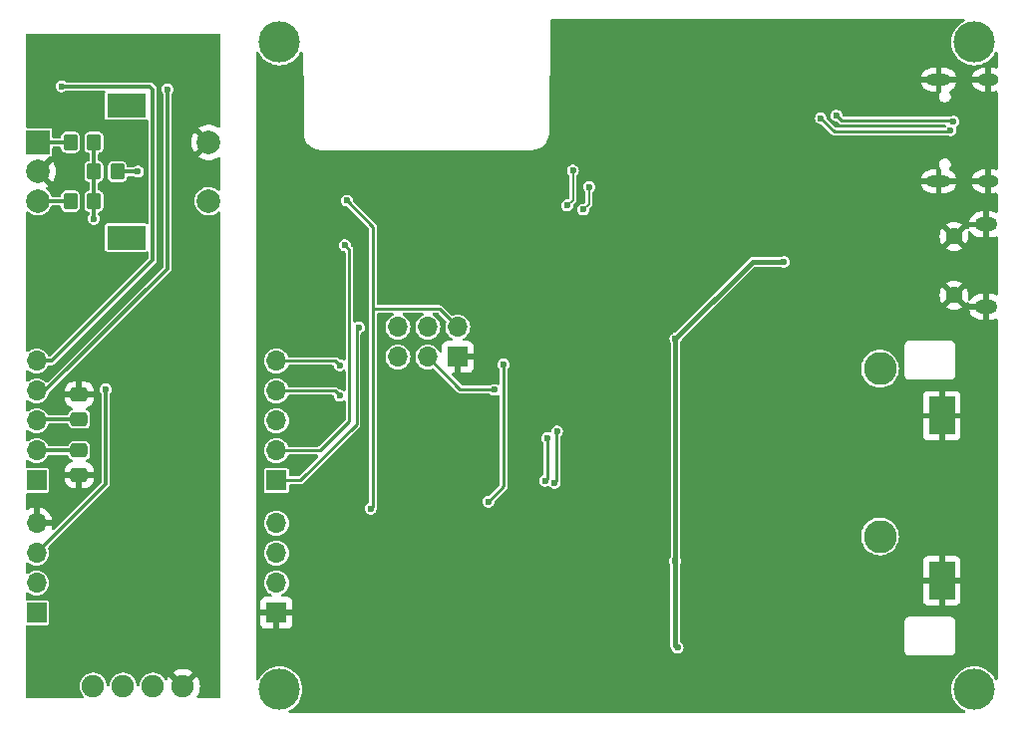
<source format=gbr>
%TF.GenerationSoftware,KiCad,Pcbnew,8.0.0*%
%TF.CreationDate,2024-07-15T16:42:44+02:00*%
%TF.ProjectId,Lucaudio_esp32_V1_revB,4c756361-7564-4696-9f5f-65737033325f,rev?*%
%TF.SameCoordinates,Original*%
%TF.FileFunction,Copper,L2,Bot*%
%TF.FilePolarity,Positive*%
%FSLAX46Y46*%
G04 Gerber Fmt 4.6, Leading zero omitted, Abs format (unit mm)*
G04 Created by KiCad (PCBNEW 8.0.0) date 2024-07-15 16:42:44*
%MOMM*%
%LPD*%
G01*
G04 APERTURE LIST*
G04 Aperture macros list*
%AMRoundRect*
0 Rectangle with rounded corners*
0 $1 Rounding radius*
0 $2 $3 $4 $5 $6 $7 $8 $9 X,Y pos of 4 corners*
0 Add a 4 corners polygon primitive as box body*
4,1,4,$2,$3,$4,$5,$6,$7,$8,$9,$2,$3,0*
0 Add four circle primitives for the rounded corners*
1,1,$1+$1,$2,$3*
1,1,$1+$1,$4,$5*
1,1,$1+$1,$6,$7*
1,1,$1+$1,$8,$9*
0 Add four rect primitives between the rounded corners*
20,1,$1+$1,$2,$3,$4,$5,0*
20,1,$1+$1,$4,$5,$6,$7,0*
20,1,$1+$1,$6,$7,$8,$9,0*
20,1,$1+$1,$8,$9,$2,$3,0*%
G04 Aperture macros list end*
%TA.AperFunction,ComponentPad*%
%ADD10O,1.900000X1.200000*%
%TD*%
%TA.AperFunction,ComponentPad*%
%ADD11C,1.450000*%
%TD*%
%TA.AperFunction,ComponentPad*%
%ADD12R,1.700000X1.700000*%
%TD*%
%TA.AperFunction,ComponentPad*%
%ADD13O,1.700000X1.700000*%
%TD*%
%TA.AperFunction,ComponentPad*%
%ADD14C,2.800000*%
%TD*%
%TA.AperFunction,ComponentPad*%
%ADD15R,2.200000X3.200000*%
%TD*%
%TA.AperFunction,ComponentPad*%
%ADD16C,3.500000*%
%TD*%
%TA.AperFunction,ComponentPad*%
%ADD17R,2.000000X2.000000*%
%TD*%
%TA.AperFunction,ComponentPad*%
%ADD18C,2.000000*%
%TD*%
%TA.AperFunction,ComponentPad*%
%ADD19R,3.200000X2.000000*%
%TD*%
%TA.AperFunction,ComponentPad*%
%ADD20O,2.100000X1.000000*%
%TD*%
%TA.AperFunction,ComponentPad*%
%ADD21O,1.800000X1.000000*%
%TD*%
%TA.AperFunction,ComponentPad*%
%ADD22C,1.900000*%
%TD*%
%TA.AperFunction,SMDPad,CuDef*%
%ADD23RoundRect,0.250000X0.350000X0.450000X-0.350000X0.450000X-0.350000X-0.450000X0.350000X-0.450000X0*%
%TD*%
%TA.AperFunction,SMDPad,CuDef*%
%ADD24RoundRect,0.250000X0.475000X-0.337500X0.475000X0.337500X-0.475000X0.337500X-0.475000X-0.337500X0*%
%TD*%
%TA.AperFunction,SMDPad,CuDef*%
%ADD25RoundRect,0.250000X-0.350000X-0.450000X0.350000X-0.450000X0.350000X0.450000X-0.350000X0.450000X0*%
%TD*%
%TA.AperFunction,SMDPad,CuDef*%
%ADD26RoundRect,0.250000X-0.475000X0.337500X-0.475000X-0.337500X0.475000X-0.337500X0.475000X0.337500X0*%
%TD*%
%TA.AperFunction,ViaPad*%
%ADD27C,0.600000*%
%TD*%
%TA.AperFunction,Conductor*%
%ADD28C,0.406400*%
%TD*%
%TA.AperFunction,Conductor*%
%ADD29C,0.200000*%
%TD*%
%TA.AperFunction,Conductor*%
%ADD30C,0.254000*%
%TD*%
%TA.AperFunction,Conductor*%
%ADD31C,0.304800*%
%TD*%
G04 APERTURE END LIST*
D10*
%TO.P,J8,6,Shield*%
%TO.N,GND*%
X164987500Y-90996800D03*
D11*
X162287500Y-89996800D03*
X162287500Y-84996800D03*
D10*
X164987500Y-83996800D03*
%TD*%
D12*
%TO.P,J4,1,Pin_1*%
%TO.N,GND*%
X104750000Y-117000000D03*
D13*
%TO.P,J4,2,Pin_2*%
%TO.N,3V3*%
X104750000Y-114460000D03*
%TO.P,J4,3,Pin_3*%
%TO.N,I2C_SCL*%
X104750000Y-111920000D03*
%TO.P,J4,4,Pin_4*%
%TO.N,I2C_SDA*%
X104750000Y-109380000D03*
%TD*%
D14*
%TO.P,J2,1,IN1*%
%TO.N,Net-(J2-IN1)*%
X156000000Y-96250000D03*
%TO.P,J2,2,IN2*%
%TO.N,Net-(J2-IN2)*%
X156000000Y-110500000D03*
D15*
%TO.P,J2,3,EXT*%
%TO.N,GND*%
X161250000Y-114250000D03*
X161250000Y-100250000D03*
%TD*%
D12*
%TO.P,J5,1,Pin_1*%
%TO.N,ROTARY_SW*%
X104750000Y-105746800D03*
D13*
%TO.P,J5,2,Pin_2*%
%TO.N,ROTARY_A*%
X104750000Y-103206800D03*
%TO.P,J5,3,Pin_3*%
%TO.N,ROTARY_B*%
X104750000Y-100666800D03*
%TO.P,J5,4,Pin_4*%
%TO.N,GPIO13*%
X104750000Y-98126800D03*
%TO.P,J5,5,Pin_5*%
%TO.N,GPIO12*%
X104750000Y-95586800D03*
%TD*%
D16*
%TO.P,REF\u002A\u002A,1*%
%TO.N,N/C*%
X105000000Y-123500000D03*
%TD*%
%TO.P,REF\u002A\u002A,1*%
%TO.N,N/C*%
X164000000Y-123500000D03*
%TD*%
D17*
%TO.P,SW3,A,A*%
%TO.N,ROTARY_A_*%
X84500000Y-77000000D03*
D18*
%TO.P,SW3,B,B*%
%TO.N,ROTARY_B_*%
X84500000Y-82000000D03*
%TO.P,SW3,C,C*%
%TO.N,GND_*%
X84500000Y-79500000D03*
D19*
%TO.P,SW3,MP*%
%TO.N,N/C*%
X92000000Y-73900000D03*
X92000000Y-85100000D03*
D18*
%TO.P,SW3,S1,S1*%
%TO.N,ROTARY_SW_*%
X99000000Y-82000000D03*
%TO.P,SW3,S2,S2*%
%TO.N,GND_*%
X99000000Y-77000000D03*
%TD*%
D20*
%TO.P,J3,S1,SHIELD*%
%TO.N,GND*%
X160989200Y-80316800D03*
D21*
X165189200Y-80316800D03*
D20*
X160989200Y-71676800D03*
D21*
X165189200Y-71676800D03*
%TD*%
D12*
%TO.P,J7,1,Pin_1*%
%TO.N,ROTARY_SW_*%
X84375000Y-105750000D03*
D13*
%TO.P,J7,2,Pin_2*%
%TO.N,ROTARY_A_*%
X84375000Y-103210000D03*
%TO.P,J7,3,Pin_3*%
%TO.N,ROTARY_B_*%
X84375000Y-100670000D03*
%TO.P,J7,4,Pin_4*%
%TO.N,LED_PWR_*%
X84375000Y-98130000D03*
%TO.P,J7,5,Pin_5*%
%TO.N,LED_AMP_*%
X84375000Y-95590000D03*
%TD*%
D16*
%TO.P,REF\u002A\u002A,1*%
%TO.N,N/C*%
X105000000Y-68500000D03*
%TD*%
D12*
%TO.P,J6,1,Pin_1*%
%TO.N,OLED_SDA*%
X84375000Y-117000000D03*
D13*
%TO.P,J6,2,Pin_2*%
%TO.N,OLED_SCL*%
X84375000Y-114460000D03*
%TO.P,J6,3,Pin_3*%
%TO.N,3V3_*%
X84375000Y-111920000D03*
%TO.P,J6,4,Pin_4*%
%TO.N,GND_*%
X84375000Y-109380000D03*
%TD*%
D16*
%TO.P,REF\u002A\u002A,1*%
%TO.N,N/C*%
X164000000Y-68500000D03*
%TD*%
D22*
%TO.P,OLED1,1,GND*%
%TO.N,GND_*%
X96810000Y-123250000D03*
%TO.P,OLED1,2,VCC*%
%TO.N,3V3_*%
X94270000Y-123250000D03*
%TO.P,OLED1,3,SCL*%
%TO.N,OLED_SCL*%
X91730000Y-123250000D03*
%TO.P,OLED1,4,SDA*%
%TO.N,OLED_SDA*%
X89190000Y-123250000D03*
%TD*%
D23*
%TO.P,R14,1*%
%TO.N,ROTARY_SW_*%
X91250000Y-79500000D03*
%TO.P,R14,2*%
%TO.N,3V3_*%
X89250000Y-79500000D03*
%TD*%
%TO.P,R10,1*%
%TO.N,3V3_*%
X89250000Y-77000000D03*
%TO.P,R10,2*%
%TO.N,ROTARY_A_*%
X87250000Y-77000000D03*
%TD*%
D12*
%TO.P,J1,1,Pin_1*%
%TO.N,GND*%
X120142000Y-95250000D03*
D13*
%TO.P,J1,2,Pin_2*%
%TO.N,MCU_RST*%
X120142000Y-92710000D03*
%TO.P,J1,3,Pin_3*%
%TO.N,GPIO15*%
X117602000Y-95250000D03*
%TO.P,J1,4,Pin_4*%
%TO.N,GPIO14*%
X117602000Y-92710000D03*
%TO.P,J1,5,Pin_5*%
%TO.N,GPIO13*%
X115062000Y-95250000D03*
%TO.P,J1,6,Pin_6*%
%TO.N,GPIO12*%
X115062000Y-92710000D03*
%TD*%
D24*
%TO.P,C33,1*%
%TO.N,ROTARY_B_*%
X88000000Y-100537500D03*
%TO.P,C33,2*%
%TO.N,GND_*%
X88000000Y-98462500D03*
%TD*%
D25*
%TO.P,R13,1*%
%TO.N,ROTARY_B_*%
X87250000Y-82000000D03*
%TO.P,R13,2*%
%TO.N,3V3_*%
X89250000Y-82000000D03*
%TD*%
D26*
%TO.P,C32,1*%
%TO.N,ROTARY_A_*%
X88000000Y-103212500D03*
%TO.P,C32,2*%
%TO.N,GND_*%
X88000000Y-105287500D03*
%TD*%
D27*
%TO.N,GND*%
X155092400Y-66954400D03*
X142877000Y-104000000D03*
X160934400Y-121666000D03*
X153035000Y-70764400D03*
X105000000Y-71750000D03*
X106750000Y-88996800D03*
X154000000Y-89500000D03*
X105750000Y-101946800D03*
X153263600Y-111607600D03*
X131064000Y-90627200D03*
X112323000Y-96647000D03*
X116450000Y-78850000D03*
X130657600Y-101396800D03*
X146304000Y-113766600D03*
X149750000Y-81546800D03*
X142367000Y-122783600D03*
X136702800Y-120167400D03*
X128778000Y-67310000D03*
X153212800Y-99568000D03*
X136652000Y-66802000D03*
X165608000Y-105460800D03*
X154250000Y-78000000D03*
X137058400Y-87274400D03*
X164046200Y-78030800D03*
X158000000Y-72500000D03*
X128727200Y-70612000D03*
X130962400Y-103225600D03*
X158250000Y-78500000D03*
X146558000Y-93395800D03*
X110591600Y-125018800D03*
X119750000Y-120496800D03*
X118262400Y-116433600D03*
X140182600Y-80797400D03*
X105523000Y-96746800D03*
X165250000Y-98000000D03*
X112323000Y-94346800D03*
X142290800Y-116459000D03*
X107550000Y-111746800D03*
X104150000Y-93746800D03*
X165608000Y-121412000D03*
X148031200Y-100457000D03*
X128041400Y-80772000D03*
X137058400Y-76700000D03*
X136100000Y-108300000D03*
X146812000Y-119176800D03*
X143662400Y-125018800D03*
X110250000Y-89496800D03*
X107550000Y-113946800D03*
X121750000Y-97246800D03*
X106350000Y-104746800D03*
X124460000Y-88798400D03*
X121640600Y-83464400D03*
X129550000Y-87746800D03*
X123400000Y-100346800D03*
X106350000Y-107546800D03*
X122504200Y-111785400D03*
X140800000Y-89250000D03*
X111750000Y-102746800D03*
X157175200Y-116408200D03*
X144424400Y-102438200D03*
X145542000Y-66954400D03*
X130350000Y-117946800D03*
X146151600Y-107188000D03*
X124750000Y-100346800D03*
X104495600Y-75133200D03*
X146558000Y-102920800D03*
X153250000Y-95250000D03*
X129750000Y-99346800D03*
X110350000Y-107146800D03*
X136931400Y-100507800D03*
X128092200Y-83277000D03*
X163250000Y-82496800D03*
X146151600Y-105613200D03*
X107035600Y-91287600D03*
X154432000Y-121666000D03*
X141452600Y-108686600D03*
X128750000Y-77546800D03*
X111000000Y-117700000D03*
X111000000Y-78750000D03*
X132650000Y-81000000D03*
X131159557Y-77956357D03*
X141250000Y-104000000D03*
X146250000Y-71496800D03*
X105000000Y-120000000D03*
X136250000Y-106100000D03*
X154406600Y-73456800D03*
X141950000Y-91850000D03*
X160832800Y-67106800D03*
X121750000Y-100346800D03*
X162395200Y-72696800D03*
X121767600Y-78892400D03*
X128950000Y-108946800D03*
X154250000Y-81750000D03*
X110150000Y-96946800D03*
X128750000Y-73246800D03*
X137109200Y-90678000D03*
X117350000Y-100346800D03*
X126542800Y-124866400D03*
X110150000Y-100346800D03*
X119950000Y-108146800D03*
X112323000Y-90746800D03*
X119592000Y-100346800D03*
X117602000Y-90551000D03*
%TO.N,+5V*%
X138607800Y-112598200D03*
X147828000Y-87172800D03*
X138811000Y-119964200D03*
X138633200Y-93700600D03*
%TO.N,MCU_TX*%
X129921000Y-79400400D03*
X129438400Y-82372200D03*
%TO.N,MCU_RX*%
X130810000Y-82727800D03*
X131302338Y-80787662D03*
%TO.N,MCU_RST*%
X110718600Y-81965800D03*
X112750000Y-108146800D03*
%TO.N,GPIO0*%
X122750000Y-107546800D03*
X124045600Y-95885000D03*
%TO.N,GPIO13*%
X110123000Y-98546800D03*
%TO.N,GPIO15*%
X123277000Y-98050000D03*
%TO.N,GPIO12*%
X110123000Y-95946800D03*
%TO.N,Net-(U8-UD+)*%
X162255200Y-75234800D03*
X152298400Y-74726800D03*
%TO.N,Net-(U8-UD-)*%
X150990300Y-74968100D03*
X162001200Y-75996800D03*
%TO.N,ROTARY_A*%
X110550000Y-85746800D03*
%TO.N,ROTARY_SW*%
X111750000Y-92746800D03*
%TO.N,I2C_SDA*%
X127550000Y-105783000D03*
X127750000Y-102146800D03*
%TO.N,I2C_SCL*%
X128577444Y-101574244D03*
X128368100Y-105964900D03*
%TO.N,3V3_*%
X90250000Y-98000000D03*
X89250000Y-83500000D03*
%TO.N,LED_AMP_*%
X86500000Y-72250000D03*
%TO.N,ROTARY_SW_*%
X93000000Y-79500000D03*
%TO.N,LED_PWR_*%
X95500000Y-72500000D03*
%TO.N,GND_*%
X98500000Y-71750000D03*
X86500000Y-102250000D03*
X84500000Y-84750000D03*
X91750000Y-120500000D03*
X99250000Y-68500000D03*
X92500000Y-89750000D03*
X99000000Y-105750000D03*
X84500000Y-92750000D03*
X86500000Y-112750000D03*
X95250000Y-89750000D03*
X84000000Y-72000000D03*
X86500000Y-99250000D03*
X86500000Y-117750000D03*
X87500000Y-107500000D03*
X86250000Y-105500000D03*
X85000000Y-120500000D03*
X86500000Y-93000000D03*
X89250000Y-120500000D03*
X88750000Y-89750000D03*
X96750000Y-120250000D03*
X96750000Y-83250000D03*
X98000000Y-93750000D03*
X84000000Y-123750000D03*
X99000000Y-115750000D03*
X98000000Y-90750000D03*
X90500000Y-69000000D03*
X86500000Y-115250000D03*
%TD*%
D28*
%TO.N,+5V*%
X138633200Y-112572800D02*
X138607800Y-112598200D01*
X138607800Y-119761000D02*
X138811000Y-119964200D01*
X138633200Y-93700600D02*
X138633200Y-112572800D01*
X145161000Y-87172800D02*
X147828000Y-87172800D01*
X138607800Y-112598200D02*
X138607800Y-119761000D01*
X138633200Y-93700600D02*
X145161000Y-87172800D01*
D29*
%TO.N,MCU_TX*%
X129438400Y-82372200D02*
X129921000Y-81889600D01*
X129921000Y-81889600D02*
X129921000Y-79400400D01*
%TO.N,MCU_RX*%
X131302338Y-82235462D02*
X131302338Y-80787662D01*
X130810000Y-82727800D02*
X131302338Y-82235462D01*
D30*
%TO.N,MCU_RST*%
X120142000Y-92710000D02*
X118610000Y-91178000D01*
X112958000Y-91178000D02*
X112950000Y-91186000D01*
X112950000Y-91186000D02*
X112950000Y-84197200D01*
X112950000Y-84197200D02*
X110718600Y-81965800D01*
X112750000Y-108146800D02*
X112950000Y-107946800D01*
X112950000Y-107946800D02*
X112950000Y-91186000D01*
X118610000Y-91178000D02*
X112958000Y-91178000D01*
%TO.N,GPIO0*%
X124050000Y-95889400D02*
X124045600Y-95885000D01*
X124050000Y-106246800D02*
X124050000Y-95889400D01*
X122750000Y-107546800D02*
X124050000Y-106246800D01*
%TO.N,GPIO13*%
X104753200Y-98130000D02*
X109706200Y-98130000D01*
X104750000Y-98126800D02*
X104753200Y-98130000D01*
X109706200Y-98130000D02*
X110123000Y-98546800D01*
%TO.N,GPIO15*%
X123277000Y-98050000D02*
X123223800Y-97996800D01*
X120348800Y-97996800D02*
X117602000Y-95250000D01*
X123223800Y-97996800D02*
X120348800Y-97996800D01*
%TO.N,GPIO12*%
X109766200Y-95590000D02*
X110123000Y-95946800D01*
X104750000Y-95586800D02*
X104753200Y-95590000D01*
X104753200Y-95590000D02*
X109766200Y-95590000D01*
%TO.N,Net-(U8-UD+)*%
X162179000Y-75158600D02*
X162255200Y-75234800D01*
X152730200Y-75158600D02*
X162179000Y-75158600D01*
X152298400Y-74726800D02*
X152730200Y-75158600D01*
%TO.N,Net-(U8-UD-)*%
X150990300Y-74968100D02*
X152120600Y-76098400D01*
X161899600Y-76098400D02*
X162001200Y-75996800D01*
X152120600Y-76098400D02*
X161899600Y-76098400D01*
%TO.N,ROTARY_A*%
X110950000Y-86146800D02*
X110550000Y-85746800D01*
X104750000Y-103206800D02*
X104753200Y-103210000D01*
X108486800Y-103210000D02*
X110950000Y-100746800D01*
X110950000Y-100746800D02*
X110950000Y-86146800D01*
X104753200Y-103210000D02*
X108486800Y-103210000D01*
%TO.N,ROTARY_SW*%
X106750000Y-105746800D02*
X104750000Y-105746800D01*
X111550000Y-100946800D02*
X106750000Y-105746800D01*
X111750000Y-92746800D02*
X111550000Y-92946800D01*
X111550000Y-92946800D02*
X111550000Y-100946800D01*
%TO.N,I2C_SDA*%
X127750000Y-105583000D02*
X127750000Y-102146800D01*
X127550000Y-105783000D02*
X127750000Y-105583000D01*
D31*
%TO.N,ROTARY_A_*%
X84452500Y-103287500D02*
X84375000Y-103210000D01*
X88000000Y-103212500D02*
X84377500Y-103212500D01*
X84377500Y-103212500D02*
X84375000Y-103210000D01*
X84500000Y-77000000D02*
X87250000Y-77000000D01*
%TO.N,ROTARY_B_*%
X84507500Y-100537500D02*
X84375000Y-100670000D01*
X87250000Y-82000000D02*
X84500000Y-82000000D01*
X88000000Y-100537500D02*
X84507500Y-100537500D01*
D30*
%TO.N,I2C_SCL*%
X128368100Y-105964900D02*
X128550000Y-105783000D01*
X128550000Y-105783000D02*
X128550000Y-101601688D01*
X128550000Y-101601688D02*
X128577444Y-101574244D01*
D31*
%TO.N,3V3_*%
X89250000Y-82000000D02*
X89250000Y-83500000D01*
X89250000Y-79500000D02*
X89250000Y-77000000D01*
X90250000Y-98000000D02*
X90250000Y-106045000D01*
X89250000Y-82000000D02*
X89250000Y-79500000D01*
X90250000Y-106045000D02*
X84375000Y-111920000D01*
%TO.N,LED_AMP_*%
X94250000Y-87000000D02*
X94250000Y-72500000D01*
X94000000Y-72250000D02*
X86500000Y-72250000D01*
X84375000Y-95590000D02*
X85660000Y-95590000D01*
X94250000Y-72500000D02*
X94000000Y-72250000D01*
X85660000Y-95590000D02*
X94250000Y-87000000D01*
%TO.N,ROTARY_SW_*%
X93000000Y-79500000D02*
X91250000Y-79500000D01*
X84412500Y-105712500D02*
X84375000Y-105750000D01*
%TO.N,LED_PWR_*%
X84375000Y-98130000D02*
X85120000Y-98130000D01*
X95500000Y-87750000D02*
X95500000Y-72500000D01*
X85120000Y-98130000D02*
X95500000Y-87750000D01*
%TD*%
%TA.AperFunction,Conductor*%
%TO.N,GND*%
G36*
X163160597Y-66520002D02*
G01*
X163207090Y-66573658D01*
X163217194Y-66643932D01*
X163187700Y-66708512D01*
X163152863Y-66736586D01*
X162941052Y-66852244D01*
X162717328Y-67019721D01*
X162717319Y-67019729D01*
X162519729Y-67217319D01*
X162519721Y-67217328D01*
X162352244Y-67441052D01*
X162218311Y-67686330D01*
X162120650Y-67948172D01*
X162061245Y-68221252D01*
X162041309Y-68500000D01*
X162061245Y-68778747D01*
X162120650Y-69051827D01*
X162218311Y-69313669D01*
X162218312Y-69313670D01*
X162352244Y-69558948D01*
X162519720Y-69782670D01*
X162519721Y-69782671D01*
X162519729Y-69782680D01*
X162717319Y-69980270D01*
X162717328Y-69980278D01*
X162717330Y-69980280D01*
X162941052Y-70147756D01*
X163186330Y-70281688D01*
X163448173Y-70379350D01*
X163721249Y-70438754D01*
X164000000Y-70458691D01*
X164278751Y-70438754D01*
X164551827Y-70379350D01*
X164813670Y-70281688D01*
X165058948Y-70147756D01*
X165282670Y-69980280D01*
X165480280Y-69782670D01*
X165647756Y-69558948D01*
X165763413Y-69347137D01*
X165813614Y-69296937D01*
X165882989Y-69281845D01*
X165949509Y-69306656D01*
X165992056Y-69363491D01*
X166000000Y-69407524D01*
X166000000Y-70585390D01*
X165979998Y-70653511D01*
X165926342Y-70700004D01*
X165856068Y-70710108D01*
X165849419Y-70708969D01*
X165687696Y-70676800D01*
X165439200Y-70676800D01*
X165439200Y-71376800D01*
X164939200Y-71376800D01*
X164939200Y-70676800D01*
X164690706Y-70676800D01*
X164497510Y-70715229D01*
X164497505Y-70715231D01*
X164315522Y-70790611D01*
X164151737Y-70900048D01*
X164151731Y-70900053D01*
X164012453Y-71039331D01*
X164012448Y-71039337D01*
X163903011Y-71203122D01*
X163827629Y-71385109D01*
X163827627Y-71385116D01*
X163819336Y-71426799D01*
X163819337Y-71426800D01*
X164622212Y-71426800D01*
X164604995Y-71436740D01*
X164549140Y-71492595D01*
X164509644Y-71561004D01*
X164489200Y-71637304D01*
X164489200Y-71716296D01*
X164509644Y-71792596D01*
X164549140Y-71861005D01*
X164604995Y-71916860D01*
X164622212Y-71926800D01*
X163819336Y-71926800D01*
X163827627Y-71968483D01*
X163827629Y-71968490D01*
X163903011Y-72150477D01*
X164012448Y-72314262D01*
X164012453Y-72314268D01*
X164151731Y-72453546D01*
X164151737Y-72453551D01*
X164315522Y-72562988D01*
X164497505Y-72638368D01*
X164497510Y-72638370D01*
X164690706Y-72676799D01*
X164690710Y-72676800D01*
X164939200Y-72676800D01*
X164939200Y-71976800D01*
X165439200Y-71976800D01*
X165439200Y-72676800D01*
X165687690Y-72676800D01*
X165687693Y-72676799D01*
X165849418Y-72644630D01*
X165920132Y-72650958D01*
X165976200Y-72694512D01*
X165999819Y-72761464D01*
X166000000Y-72768209D01*
X166000000Y-79225390D01*
X165979998Y-79293511D01*
X165926342Y-79340004D01*
X165856068Y-79350108D01*
X165849419Y-79348969D01*
X165687696Y-79316800D01*
X165439200Y-79316800D01*
X165439200Y-80016800D01*
X164939200Y-80016800D01*
X164939200Y-79316800D01*
X164690706Y-79316800D01*
X164497510Y-79355229D01*
X164497505Y-79355231D01*
X164315522Y-79430611D01*
X164151737Y-79540048D01*
X164151731Y-79540053D01*
X164012453Y-79679331D01*
X164012448Y-79679337D01*
X163903011Y-79843122D01*
X163827629Y-80025109D01*
X163827627Y-80025116D01*
X163819336Y-80066799D01*
X163819337Y-80066800D01*
X164622212Y-80066800D01*
X164604995Y-80076740D01*
X164549140Y-80132595D01*
X164509644Y-80201004D01*
X164489200Y-80277304D01*
X164489200Y-80356296D01*
X164509644Y-80432596D01*
X164549140Y-80501005D01*
X164604995Y-80556860D01*
X164622212Y-80566800D01*
X163819336Y-80566800D01*
X163827627Y-80608483D01*
X163827629Y-80608490D01*
X163903011Y-80790477D01*
X164012448Y-80954262D01*
X164012453Y-80954268D01*
X164151731Y-81093546D01*
X164151737Y-81093551D01*
X164315522Y-81202988D01*
X164497505Y-81278368D01*
X164497510Y-81278370D01*
X164690706Y-81316799D01*
X164690710Y-81316800D01*
X164939200Y-81316800D01*
X164939200Y-80616800D01*
X165439200Y-80616800D01*
X165439200Y-81316800D01*
X165687690Y-81316800D01*
X165687693Y-81316799D01*
X165849418Y-81284630D01*
X165920132Y-81290958D01*
X165976200Y-81334512D01*
X165999819Y-81401464D01*
X166000000Y-81408209D01*
X166000000Y-82894189D01*
X165979998Y-82962310D01*
X165926342Y-83008803D01*
X165856068Y-83018907D01*
X165816797Y-83006456D01*
X165759754Y-82977391D01*
X165759748Y-82977388D01*
X165595088Y-82923887D01*
X165424069Y-82896800D01*
X165237500Y-82896800D01*
X165237500Y-83696800D01*
X164737500Y-83696800D01*
X164737500Y-82896800D01*
X164550931Y-82896800D01*
X164379911Y-82923887D01*
X164215251Y-82977388D01*
X164215245Y-82977391D01*
X164060972Y-83055997D01*
X163920896Y-83157767D01*
X163798467Y-83280196D01*
X163696697Y-83420272D01*
X163618091Y-83574545D01*
X163618088Y-83574551D01*
X163564587Y-83739212D01*
X163564583Y-83739225D01*
X163563384Y-83746799D01*
X163563386Y-83746800D01*
X164470512Y-83746800D01*
X164453295Y-83756740D01*
X164397440Y-83812595D01*
X164357944Y-83881004D01*
X164337500Y-83957304D01*
X164337500Y-84036296D01*
X164357944Y-84112596D01*
X164397440Y-84181005D01*
X164453295Y-84236860D01*
X164470512Y-84246800D01*
X163563384Y-84246800D01*
X163564583Y-84254374D01*
X163564586Y-84254385D01*
X163565081Y-84255907D01*
X163565098Y-84256516D01*
X163565741Y-84259193D01*
X163565178Y-84259328D01*
X163567105Y-84326874D01*
X163530440Y-84387671D01*
X163466727Y-84418993D01*
X163396193Y-84410898D01*
X163342033Y-84367109D01*
X163312672Y-84325179D01*
X162709225Y-84928626D01*
X162683537Y-84832756D01*
X162627584Y-84735844D01*
X162548456Y-84656716D01*
X162451544Y-84600763D01*
X162355672Y-84575074D01*
X162959120Y-83971625D01*
X162902342Y-83931868D01*
X162708077Y-83841281D01*
X162708073Y-83841279D01*
X162501030Y-83785803D01*
X162287500Y-83767121D01*
X162073969Y-83785803D01*
X161866926Y-83841279D01*
X161866922Y-83841281D01*
X161672657Y-83931868D01*
X161615879Y-83971624D01*
X161615879Y-83971627D01*
X162219326Y-84575074D01*
X162123456Y-84600763D01*
X162026544Y-84656716D01*
X161947416Y-84735844D01*
X161891463Y-84832756D01*
X161865774Y-84928626D01*
X161262327Y-84325179D01*
X161262324Y-84325179D01*
X161222568Y-84381957D01*
X161131981Y-84576222D01*
X161131979Y-84576226D01*
X161076503Y-84783269D01*
X161057821Y-84996800D01*
X161076503Y-85210330D01*
X161131979Y-85417373D01*
X161131981Y-85417377D01*
X161222568Y-85611642D01*
X161262325Y-85668420D01*
X161865774Y-85064971D01*
X161891463Y-85160844D01*
X161947416Y-85257756D01*
X162026544Y-85336884D01*
X162123456Y-85392837D01*
X162219327Y-85418525D01*
X161615878Y-86021973D01*
X161615878Y-86021975D01*
X161672656Y-86061731D01*
X161866921Y-86152318D01*
X161866926Y-86152320D01*
X162073969Y-86207796D01*
X162287500Y-86226478D01*
X162501030Y-86207796D01*
X162708073Y-86152320D01*
X162708078Y-86152318D01*
X162902339Y-86061733D01*
X162959120Y-86021974D01*
X162959120Y-86021972D01*
X162355673Y-85418525D01*
X162451544Y-85392837D01*
X162548456Y-85336884D01*
X162627584Y-85257756D01*
X162683537Y-85160844D01*
X162709225Y-85064973D01*
X163312672Y-85668420D01*
X163312674Y-85668420D01*
X163352433Y-85611639D01*
X163443018Y-85417378D01*
X163443020Y-85417373D01*
X163498496Y-85210330D01*
X163517178Y-84996800D01*
X163498496Y-84783269D01*
X163469448Y-84674858D01*
X163471138Y-84603881D01*
X163510932Y-84545086D01*
X163576197Y-84517138D01*
X163646210Y-84528912D01*
X163692112Y-84570537D01*
X163693787Y-84569321D01*
X163798467Y-84713403D01*
X163920896Y-84835832D01*
X164060972Y-84937602D01*
X164215245Y-85016208D01*
X164215251Y-85016211D01*
X164379911Y-85069712D01*
X164550931Y-85096800D01*
X164737500Y-85096800D01*
X164737500Y-84296800D01*
X165237500Y-84296800D01*
X165237500Y-85096800D01*
X165424069Y-85096800D01*
X165595088Y-85069712D01*
X165759748Y-85016211D01*
X165759758Y-85016206D01*
X165816796Y-84987144D01*
X165886572Y-84974039D01*
X165952357Y-85000738D01*
X165993264Y-85058765D01*
X166000000Y-85099410D01*
X166000000Y-89894189D01*
X165979998Y-89962310D01*
X165926342Y-90008803D01*
X165856068Y-90018907D01*
X165816797Y-90006456D01*
X165759754Y-89977391D01*
X165759748Y-89977388D01*
X165595088Y-89923887D01*
X165424069Y-89896800D01*
X165237500Y-89896800D01*
X165237500Y-90696800D01*
X164737500Y-90696800D01*
X164737500Y-89896800D01*
X164550931Y-89896800D01*
X164379911Y-89923887D01*
X164215251Y-89977388D01*
X164215245Y-89977391D01*
X164060972Y-90055997D01*
X163920896Y-90157767D01*
X163798467Y-90280196D01*
X163693787Y-90424279D01*
X163692111Y-90423061D01*
X163645889Y-90464843D01*
X163575843Y-90476418D01*
X163510658Y-90448286D01*
X163471030Y-90389378D01*
X163469448Y-90318741D01*
X163498496Y-90210330D01*
X163517178Y-89996800D01*
X163498496Y-89783269D01*
X163443020Y-89576226D01*
X163443018Y-89576222D01*
X163352434Y-89381964D01*
X163312672Y-89325179D01*
X162709225Y-89928626D01*
X162683537Y-89832756D01*
X162627584Y-89735844D01*
X162548456Y-89656716D01*
X162451544Y-89600763D01*
X162355672Y-89575074D01*
X162959120Y-88971625D01*
X162902342Y-88931868D01*
X162708077Y-88841281D01*
X162708073Y-88841279D01*
X162501030Y-88785803D01*
X162287500Y-88767121D01*
X162073969Y-88785803D01*
X161866926Y-88841279D01*
X161866922Y-88841281D01*
X161672657Y-88931868D01*
X161615879Y-88971624D01*
X161615879Y-88971627D01*
X162219326Y-89575074D01*
X162123456Y-89600763D01*
X162026544Y-89656716D01*
X161947416Y-89735844D01*
X161891463Y-89832756D01*
X161865774Y-89928626D01*
X161262327Y-89325179D01*
X161262324Y-89325179D01*
X161222568Y-89381957D01*
X161131981Y-89576222D01*
X161131979Y-89576226D01*
X161076503Y-89783269D01*
X161057821Y-89996800D01*
X161076503Y-90210330D01*
X161131979Y-90417373D01*
X161131981Y-90417377D01*
X161222568Y-90611642D01*
X161262325Y-90668420D01*
X161865774Y-90064971D01*
X161891463Y-90160844D01*
X161947416Y-90257756D01*
X162026544Y-90336884D01*
X162123456Y-90392837D01*
X162219327Y-90418525D01*
X161615878Y-91021973D01*
X161615878Y-91021975D01*
X161672656Y-91061731D01*
X161866921Y-91152318D01*
X161866926Y-91152320D01*
X162073969Y-91207796D01*
X162287500Y-91226478D01*
X162501030Y-91207796D01*
X162708073Y-91152320D01*
X162708078Y-91152318D01*
X162902339Y-91061733D01*
X162959120Y-91021974D01*
X162959120Y-91021972D01*
X162355673Y-90418525D01*
X162451544Y-90392837D01*
X162548456Y-90336884D01*
X162627584Y-90257756D01*
X162683537Y-90160844D01*
X162709225Y-90064973D01*
X163312672Y-90668420D01*
X163312674Y-90668420D01*
X163342032Y-90626493D01*
X163397489Y-90582164D01*
X163468108Y-90574855D01*
X163531469Y-90606885D01*
X163567454Y-90668087D01*
X163565199Y-90734276D01*
X163565741Y-90734407D01*
X163565104Y-90737058D01*
X163565083Y-90737683D01*
X163564589Y-90739201D01*
X163564583Y-90739225D01*
X163563384Y-90746799D01*
X163563386Y-90746800D01*
X164470512Y-90746800D01*
X164453295Y-90756740D01*
X164397440Y-90812595D01*
X164357944Y-90881004D01*
X164337500Y-90957304D01*
X164337500Y-91036296D01*
X164357944Y-91112596D01*
X164397440Y-91181005D01*
X164453295Y-91236860D01*
X164470512Y-91246800D01*
X163563384Y-91246800D01*
X163564583Y-91254374D01*
X163564587Y-91254387D01*
X163618088Y-91419048D01*
X163618091Y-91419054D01*
X163696697Y-91573327D01*
X163798467Y-91713403D01*
X163920896Y-91835832D01*
X164060972Y-91937602D01*
X164215245Y-92016208D01*
X164215251Y-92016211D01*
X164379911Y-92069712D01*
X164550931Y-92096800D01*
X164737500Y-92096800D01*
X164737500Y-91296800D01*
X165237500Y-91296800D01*
X165237500Y-92096800D01*
X165424069Y-92096800D01*
X165595088Y-92069712D01*
X165759748Y-92016211D01*
X165759758Y-92016206D01*
X165816796Y-91987144D01*
X165886572Y-91974039D01*
X165952357Y-92000738D01*
X165993264Y-92058765D01*
X166000000Y-92099410D01*
X166000000Y-122592475D01*
X165979998Y-122660596D01*
X165926342Y-122707089D01*
X165856068Y-122717193D01*
X165791488Y-122687699D01*
X165763412Y-122652860D01*
X165730439Y-122592475D01*
X165647756Y-122441052D01*
X165480280Y-122217330D01*
X165480278Y-122217328D01*
X165480270Y-122217319D01*
X165282680Y-122019729D01*
X165282671Y-122019721D01*
X165282670Y-122019720D01*
X165058948Y-121852244D01*
X164925015Y-121779111D01*
X164813669Y-121718311D01*
X164551827Y-121620650D01*
X164278747Y-121561245D01*
X164000000Y-121541309D01*
X163721252Y-121561245D01*
X163448172Y-121620650D01*
X163186330Y-121718311D01*
X162941052Y-121852244D01*
X162717328Y-122019721D01*
X162717319Y-122019729D01*
X162519729Y-122217319D01*
X162519721Y-122217328D01*
X162352244Y-122441052D01*
X162218311Y-122686330D01*
X162120650Y-122948172D01*
X162061245Y-123221252D01*
X162041309Y-123500000D01*
X162061245Y-123778747D01*
X162120650Y-124051827D01*
X162218311Y-124313669D01*
X162218312Y-124313670D01*
X162352244Y-124558948D01*
X162391788Y-124611772D01*
X162519721Y-124782671D01*
X162519729Y-124782680D01*
X162717319Y-124980270D01*
X162717328Y-124980278D01*
X162717330Y-124980280D01*
X162941052Y-125147756D01*
X163152862Y-125263413D01*
X163203063Y-125313614D01*
X163218155Y-125382989D01*
X163193344Y-125449509D01*
X163136509Y-125492056D01*
X163092476Y-125500000D01*
X105907524Y-125500000D01*
X105839403Y-125479998D01*
X105792910Y-125426342D01*
X105782806Y-125356068D01*
X105812300Y-125291488D01*
X105847136Y-125263413D01*
X106058948Y-125147756D01*
X106282670Y-124980280D01*
X106480280Y-124782670D01*
X106647756Y-124558948D01*
X106781688Y-124313670D01*
X106879350Y-124051827D01*
X106938754Y-123778751D01*
X106958691Y-123500000D01*
X106938754Y-123221249D01*
X106879350Y-122948173D01*
X106781688Y-122686330D01*
X106647756Y-122441052D01*
X106480280Y-122217330D01*
X106480278Y-122217328D01*
X106480270Y-122217319D01*
X106282680Y-122019729D01*
X106282671Y-122019721D01*
X106282670Y-122019720D01*
X106058948Y-121852244D01*
X105925015Y-121779111D01*
X105813669Y-121718311D01*
X105551827Y-121620650D01*
X105278747Y-121561245D01*
X105000000Y-121541309D01*
X104721252Y-121561245D01*
X104448172Y-121620650D01*
X104186330Y-121718311D01*
X103941052Y-121852244D01*
X103717328Y-122019721D01*
X103717319Y-122019729D01*
X103519729Y-122217319D01*
X103519721Y-122217328D01*
X103352244Y-122441052D01*
X103236588Y-122652860D01*
X103186385Y-122703063D01*
X103117011Y-122718154D01*
X103050491Y-122693343D01*
X103007944Y-122636507D01*
X103000000Y-122592475D01*
X103000000Y-117897840D01*
X103400000Y-117897840D01*
X103406400Y-117957371D01*
X103456647Y-118092089D01*
X103542810Y-118207189D01*
X103657910Y-118293352D01*
X103792628Y-118343599D01*
X103852159Y-118349999D01*
X103852176Y-118350000D01*
X104500000Y-118350000D01*
X104500000Y-117433012D01*
X104557007Y-117465925D01*
X104684174Y-117500000D01*
X104815826Y-117500000D01*
X104942993Y-117465925D01*
X105000000Y-117433012D01*
X105000000Y-118350000D01*
X105647824Y-118350000D01*
X105647840Y-118349999D01*
X105707371Y-118343599D01*
X105842089Y-118293352D01*
X105957189Y-118207189D01*
X106043352Y-118092089D01*
X106093599Y-117957371D01*
X106099999Y-117897840D01*
X106100000Y-117897823D01*
X106100000Y-117250000D01*
X105183012Y-117250000D01*
X105215925Y-117192993D01*
X105250000Y-117065826D01*
X105250000Y-116934174D01*
X105215925Y-116807007D01*
X105183012Y-116750000D01*
X106100000Y-116750000D01*
X106100000Y-116102176D01*
X106099999Y-116102159D01*
X106093599Y-116042628D01*
X106043352Y-115907910D01*
X105957189Y-115792810D01*
X105842089Y-115706647D01*
X105707371Y-115656400D01*
X105647840Y-115650000D01*
X105261958Y-115650000D01*
X105193837Y-115629998D01*
X105147344Y-115576342D01*
X105137240Y-115506068D01*
X105166734Y-115441488D01*
X105202562Y-115412878D01*
X105215234Y-115406104D01*
X105338237Y-115340358D01*
X105498683Y-115208683D01*
X105630358Y-115048237D01*
X105728202Y-114865184D01*
X105788453Y-114666561D01*
X105808798Y-114460000D01*
X105788453Y-114253439D01*
X105728202Y-114054816D01*
X105630358Y-113871763D01*
X105498683Y-113711317D01*
X105338237Y-113579642D01*
X105155184Y-113481798D01*
X104956561Y-113421547D01*
X104956560Y-113421546D01*
X104956554Y-113421545D01*
X104750003Y-113401202D01*
X104749997Y-113401202D01*
X104543445Y-113421545D01*
X104344815Y-113481798D01*
X104161762Y-113579642D01*
X104001317Y-113711317D01*
X103869642Y-113871762D01*
X103771798Y-114054815D01*
X103711545Y-114253445D01*
X103691202Y-114459997D01*
X103691202Y-114460002D01*
X103711545Y-114666554D01*
X103711546Y-114666560D01*
X103711547Y-114666561D01*
X103771798Y-114865184D01*
X103869642Y-115048237D01*
X104001317Y-115208683D01*
X104161763Y-115340358D01*
X104272849Y-115399735D01*
X104297438Y-115412878D01*
X104348086Y-115462630D01*
X104363796Y-115531867D01*
X104339580Y-115598606D01*
X104283126Y-115641658D01*
X104238042Y-115650000D01*
X103852159Y-115650000D01*
X103792628Y-115656400D01*
X103657910Y-115706647D01*
X103542810Y-115792810D01*
X103456647Y-115907910D01*
X103406400Y-116042628D01*
X103400000Y-116102159D01*
X103400000Y-116750000D01*
X104316988Y-116750000D01*
X104284075Y-116807007D01*
X104250000Y-116934174D01*
X104250000Y-117065826D01*
X104284075Y-117192993D01*
X104316988Y-117250000D01*
X103400000Y-117250000D01*
X103400000Y-117897840D01*
X103000000Y-117897840D01*
X103000000Y-111920002D01*
X103691202Y-111920002D01*
X103711545Y-112126554D01*
X103711546Y-112126560D01*
X103711547Y-112126561D01*
X103771798Y-112325184D01*
X103869642Y-112508237D01*
X104001317Y-112668683D01*
X104161763Y-112800358D01*
X104344816Y-112898202D01*
X104543439Y-112958453D01*
X104543443Y-112958453D01*
X104543445Y-112958454D01*
X104749997Y-112978798D01*
X104750000Y-112978798D01*
X104750003Y-112978798D01*
X104956554Y-112958454D01*
X104956555Y-112958453D01*
X104956561Y-112958453D01*
X105155184Y-112898202D01*
X105338237Y-112800358D01*
X105498683Y-112668683D01*
X105556527Y-112598200D01*
X138098920Y-112598200D01*
X138119533Y-112741568D01*
X138179703Y-112873321D01*
X138179706Y-112873325D01*
X138180897Y-112875178D01*
X138181519Y-112877299D01*
X138183447Y-112881519D01*
X138182840Y-112881796D01*
X138200900Y-112943298D01*
X138200900Y-119814573D01*
X138228629Y-119918057D01*
X138228630Y-119918060D01*
X138282196Y-120010839D01*
X138282197Y-120010840D01*
X138282199Y-120010843D01*
X138283638Y-120012282D01*
X138284463Y-120013793D01*
X138287227Y-120017395D01*
X138286665Y-120017825D01*
X138317667Y-120074590D01*
X138319263Y-120083434D01*
X138322733Y-120107567D01*
X138382903Y-120239321D01*
X138477755Y-120348787D01*
X138599599Y-120427091D01*
X138599604Y-120427094D01*
X138738579Y-120467900D01*
X138883421Y-120467900D01*
X139022396Y-120427094D01*
X139144246Y-120348786D01*
X139184156Y-120302727D01*
X158099500Y-120302727D01*
X158111842Y-120348787D01*
X158126794Y-120404591D01*
X158179517Y-120495909D01*
X158179525Y-120495919D01*
X158254080Y-120570474D01*
X158254085Y-120570478D01*
X158254087Y-120570480D01*
X158254088Y-120570481D01*
X158254090Y-120570482D01*
X158345408Y-120623205D01*
X158345410Y-120623205D01*
X158345413Y-120623207D01*
X158447273Y-120650500D01*
X158447275Y-120650500D01*
X162052725Y-120650500D01*
X162052727Y-120650500D01*
X162154587Y-120623207D01*
X162154590Y-120623205D01*
X162154591Y-120623205D01*
X162200250Y-120596843D01*
X162245913Y-120570480D01*
X162320480Y-120495913D01*
X162373207Y-120404587D01*
X162400500Y-120302727D01*
X162400500Y-117697273D01*
X162373207Y-117595413D01*
X162373205Y-117595410D01*
X162373205Y-117595408D01*
X162320482Y-117504090D01*
X162320474Y-117504080D01*
X162245919Y-117429525D01*
X162245909Y-117429517D01*
X162154591Y-117376794D01*
X162142557Y-117373569D01*
X162052727Y-117349500D01*
X158552727Y-117349500D01*
X158447273Y-117349500D01*
X158384931Y-117366204D01*
X158345408Y-117376794D01*
X158254090Y-117429517D01*
X158254080Y-117429525D01*
X158179525Y-117504080D01*
X158179517Y-117504090D01*
X158126794Y-117595408D01*
X158126793Y-117595413D01*
X158099500Y-117697273D01*
X158099500Y-120302727D01*
X139184156Y-120302727D01*
X139239097Y-120239321D01*
X139299267Y-120107568D01*
X139319880Y-119964200D01*
X139299267Y-119820832D01*
X139239097Y-119689079D01*
X139144246Y-119579614D01*
X139144245Y-119579613D01*
X139072579Y-119533556D01*
X139026086Y-119479900D01*
X139014700Y-119427558D01*
X139014700Y-115897840D01*
X159650000Y-115897840D01*
X159656400Y-115957371D01*
X159706647Y-116092089D01*
X159792810Y-116207189D01*
X159907910Y-116293352D01*
X160042628Y-116343599D01*
X160102159Y-116349999D01*
X160102176Y-116350000D01*
X161000000Y-116350000D01*
X161000000Y-115433012D01*
X161057007Y-115465925D01*
X161184174Y-115500000D01*
X161315826Y-115500000D01*
X161442993Y-115465925D01*
X161500000Y-115433012D01*
X161500000Y-116350000D01*
X162397824Y-116350000D01*
X162397840Y-116349999D01*
X162457371Y-116343599D01*
X162592089Y-116293352D01*
X162707189Y-116207189D01*
X162793352Y-116092089D01*
X162843599Y-115957371D01*
X162849999Y-115897840D01*
X162850000Y-115897823D01*
X162850000Y-114500000D01*
X161750000Y-114500000D01*
X161750000Y-114000000D01*
X162850000Y-114000000D01*
X162850000Y-112602176D01*
X162849999Y-112602159D01*
X162843599Y-112542628D01*
X162793352Y-112407910D01*
X162707189Y-112292810D01*
X162592089Y-112206647D01*
X162457371Y-112156400D01*
X162397840Y-112150000D01*
X161500000Y-112150000D01*
X161500000Y-113066988D01*
X161442993Y-113034075D01*
X161315826Y-113000000D01*
X161184174Y-113000000D01*
X161057007Y-113034075D01*
X161000000Y-113066988D01*
X161000000Y-112150000D01*
X160102159Y-112150000D01*
X160042628Y-112156400D01*
X159907910Y-112206647D01*
X159792810Y-112292810D01*
X159706647Y-112407910D01*
X159656400Y-112542628D01*
X159650000Y-112602159D01*
X159650000Y-114000000D01*
X160750000Y-114000000D01*
X160750000Y-114500000D01*
X159650000Y-114500000D01*
X159650000Y-115897840D01*
X139014700Y-115897840D01*
X139014700Y-112943301D01*
X139032759Y-112881795D01*
X139032153Y-112881519D01*
X139034079Y-112877301D01*
X139034702Y-112875180D01*
X139034703Y-112875178D01*
X139035889Y-112873329D01*
X139035897Y-112873321D01*
X139096067Y-112741568D01*
X139116680Y-112598200D01*
X139096067Y-112454832D01*
X139051486Y-112357213D01*
X139040100Y-112304871D01*
X139040100Y-110500000D01*
X154391341Y-110500000D01*
X154411146Y-110751649D01*
X154470073Y-110997101D01*
X154470074Y-110997103D01*
X154566674Y-111230316D01*
X154628841Y-111331763D01*
X154698569Y-111445547D01*
X154698570Y-111445549D01*
X154862505Y-111637494D01*
X155054450Y-111801429D01*
X155054454Y-111801432D01*
X155269684Y-111933326D01*
X155502897Y-112029926D01*
X155748350Y-112088854D01*
X156000000Y-112108659D01*
X156251650Y-112088854D01*
X156497103Y-112029926D01*
X156730316Y-111933326D01*
X156945546Y-111801432D01*
X157137494Y-111637494D01*
X157301432Y-111445546D01*
X157433326Y-111230316D01*
X157529926Y-110997103D01*
X157588854Y-110751650D01*
X157608659Y-110500000D01*
X157588854Y-110248350D01*
X157529926Y-110002897D01*
X157433326Y-109769684D01*
X157301432Y-109554454D01*
X157301429Y-109554450D01*
X157137494Y-109362505D01*
X156945549Y-109198570D01*
X156945547Y-109198569D01*
X156945546Y-109198568D01*
X156730316Y-109066674D01*
X156508552Y-108974816D01*
X156497101Y-108970073D01*
X156329193Y-108929762D01*
X156251650Y-108911146D01*
X156000000Y-108891341D01*
X155748350Y-108911146D01*
X155502898Y-108970073D01*
X155269685Y-109066673D01*
X155054452Y-109198569D01*
X155054450Y-109198570D01*
X154862505Y-109362505D01*
X154698570Y-109554450D01*
X154698569Y-109554452D01*
X154566673Y-109769685D01*
X154470073Y-110002898D01*
X154411146Y-110248350D01*
X154391341Y-110500000D01*
X139040100Y-110500000D01*
X139040100Y-101897840D01*
X159650000Y-101897840D01*
X159656400Y-101957371D01*
X159706647Y-102092089D01*
X159792810Y-102207189D01*
X159907910Y-102293352D01*
X160042628Y-102343599D01*
X160102159Y-102349999D01*
X160102176Y-102350000D01*
X161000000Y-102350000D01*
X161000000Y-101433012D01*
X161057007Y-101465925D01*
X161184174Y-101500000D01*
X161315826Y-101500000D01*
X161442993Y-101465925D01*
X161500000Y-101433012D01*
X161500000Y-102350000D01*
X162397824Y-102350000D01*
X162397840Y-102349999D01*
X162457371Y-102343599D01*
X162592089Y-102293352D01*
X162707189Y-102207189D01*
X162793352Y-102092089D01*
X162843599Y-101957371D01*
X162849999Y-101897840D01*
X162850000Y-101897823D01*
X162850000Y-100500000D01*
X161750000Y-100500000D01*
X161750000Y-100000000D01*
X162850000Y-100000000D01*
X162850000Y-98602176D01*
X162849999Y-98602159D01*
X162843599Y-98542628D01*
X162793352Y-98407910D01*
X162707189Y-98292810D01*
X162592089Y-98206647D01*
X162457371Y-98156400D01*
X162397840Y-98150000D01*
X161500000Y-98150000D01*
X161500000Y-99066988D01*
X161442993Y-99034075D01*
X161315826Y-99000000D01*
X161184174Y-99000000D01*
X161057007Y-99034075D01*
X161000000Y-99066988D01*
X161000000Y-98150000D01*
X160102159Y-98150000D01*
X160042628Y-98156400D01*
X159907910Y-98206647D01*
X159792810Y-98292810D01*
X159706647Y-98407910D01*
X159656400Y-98542628D01*
X159650000Y-98602159D01*
X159650000Y-100000000D01*
X160750000Y-100000000D01*
X160750000Y-100500000D01*
X159650000Y-100500000D01*
X159650000Y-101897840D01*
X139040100Y-101897840D01*
X139040100Y-96250000D01*
X154391341Y-96250000D01*
X154411146Y-96501650D01*
X154429762Y-96579193D01*
X154470073Y-96747101D01*
X154470074Y-96747103D01*
X154566674Y-96980316D01*
X154654238Y-97123207D01*
X154698569Y-97195547D01*
X154698570Y-97195549D01*
X154862505Y-97387494D01*
X155039385Y-97538562D01*
X155054454Y-97551432D01*
X155269684Y-97683326D01*
X155502897Y-97779926D01*
X155748350Y-97838854D01*
X156000000Y-97858659D01*
X156251650Y-97838854D01*
X156497103Y-97779926D01*
X156730316Y-97683326D01*
X156945546Y-97551432D01*
X157137494Y-97387494D01*
X157301432Y-97195546D01*
X157433326Y-96980316D01*
X157506886Y-96802727D01*
X158099500Y-96802727D01*
X158102814Y-96815095D01*
X158126794Y-96904591D01*
X158179517Y-96995909D01*
X158179525Y-96995919D01*
X158254080Y-97070474D01*
X158254085Y-97070478D01*
X158254087Y-97070480D01*
X158254088Y-97070481D01*
X158254090Y-97070482D01*
X158345408Y-97123205D01*
X158345410Y-97123205D01*
X158345413Y-97123207D01*
X158447273Y-97150500D01*
X158447275Y-97150500D01*
X162052725Y-97150500D01*
X162052727Y-97150500D01*
X162154587Y-97123207D01*
X162154590Y-97123205D01*
X162154591Y-97123205D01*
X162214970Y-97088345D01*
X162245913Y-97070480D01*
X162320480Y-96995913D01*
X162373207Y-96904587D01*
X162400500Y-96802727D01*
X162400500Y-94197273D01*
X162373207Y-94095413D01*
X162373205Y-94095410D01*
X162373205Y-94095408D01*
X162320482Y-94004090D01*
X162320474Y-94004080D01*
X162245919Y-93929525D01*
X162245909Y-93929517D01*
X162154591Y-93876794D01*
X162142557Y-93873569D01*
X162052727Y-93849500D01*
X158552727Y-93849500D01*
X158447273Y-93849500D01*
X158384931Y-93866204D01*
X158345408Y-93876794D01*
X158254090Y-93929517D01*
X158254080Y-93929525D01*
X158179525Y-94004080D01*
X158179517Y-94004090D01*
X158126794Y-94095408D01*
X158126793Y-94095413D01*
X158099500Y-94197273D01*
X158099500Y-96802727D01*
X157506886Y-96802727D01*
X157529926Y-96747103D01*
X157588854Y-96501650D01*
X157608659Y-96250000D01*
X157588854Y-95998350D01*
X157529926Y-95752897D01*
X157433326Y-95519684D01*
X157301432Y-95304454D01*
X157301429Y-95304450D01*
X157137494Y-95112505D01*
X156945549Y-94948570D01*
X156945547Y-94948569D01*
X156945546Y-94948568D01*
X156730316Y-94816674D01*
X156704941Y-94806163D01*
X156497101Y-94720073D01*
X156329193Y-94679762D01*
X156251650Y-94661146D01*
X156000000Y-94641341D01*
X155748350Y-94661146D01*
X155502898Y-94720073D01*
X155269685Y-94816673D01*
X155054452Y-94948569D01*
X155054450Y-94948570D01*
X154862505Y-95112505D01*
X154698570Y-95304450D01*
X154698569Y-95304452D01*
X154566673Y-95519685D01*
X154470073Y-95752898D01*
X154444528Y-95859303D01*
X154411146Y-95998350D01*
X154391341Y-96250000D01*
X139040100Y-96250000D01*
X139040100Y-94045701D01*
X139058159Y-93984195D01*
X139057553Y-93983919D01*
X139059479Y-93979701D01*
X139060102Y-93977580D01*
X139060103Y-93977578D01*
X139061289Y-93975729D01*
X139061297Y-93975721D01*
X139121467Y-93843968D01*
X139124934Y-93819851D01*
X139154424Y-93755272D01*
X139160542Y-93748700D01*
X145292639Y-87616605D01*
X145354951Y-87582579D01*
X145381734Y-87579700D01*
X147492479Y-87579700D01*
X147560598Y-87599701D01*
X147616604Y-87635694D01*
X147755579Y-87676500D01*
X147900421Y-87676500D01*
X148039396Y-87635694D01*
X148161246Y-87557386D01*
X148256097Y-87447921D01*
X148316267Y-87316168D01*
X148336880Y-87172800D01*
X148316267Y-87029432D01*
X148256097Y-86897679D01*
X148161246Y-86788214D01*
X148161245Y-86788213D01*
X148161244Y-86788212D01*
X148039400Y-86709908D01*
X148039397Y-86709906D01*
X148039396Y-86709906D01*
X147900421Y-86669100D01*
X147755579Y-86669100D01*
X147616606Y-86709905D01*
X147616599Y-86709908D01*
X147560599Y-86745898D01*
X147492479Y-86765900D01*
X145107431Y-86765900D01*
X145031674Y-86786198D01*
X145031672Y-86786199D01*
X145003942Y-86793630D01*
X144957549Y-86820414D01*
X144911158Y-86847198D01*
X144911150Y-86847204D01*
X138584478Y-93173877D01*
X138530882Y-93205678D01*
X138468540Y-93223983D01*
X138421804Y-93237706D01*
X138421802Y-93237706D01*
X138421799Y-93237708D01*
X138299955Y-93316012D01*
X138205103Y-93425478D01*
X138189940Y-93458682D01*
X138144933Y-93557232D01*
X138124320Y-93700600D01*
X138144933Y-93843968D01*
X138205103Y-93975721D01*
X138205106Y-93975725D01*
X138206297Y-93977578D01*
X138206919Y-93979699D01*
X138208847Y-93983919D01*
X138208240Y-93984196D01*
X138226300Y-94045698D01*
X138226300Y-112222307D01*
X138206298Y-112290428D01*
X138195527Y-112304817D01*
X138179702Y-112323080D01*
X138119533Y-112454831D01*
X138119533Y-112454832D01*
X138098920Y-112598200D01*
X105556527Y-112598200D01*
X105630358Y-112508237D01*
X105728202Y-112325184D01*
X105788453Y-112126561D01*
X105790217Y-112108659D01*
X105808798Y-111920002D01*
X105808798Y-111919997D01*
X105788454Y-111713445D01*
X105788453Y-111713443D01*
X105788453Y-111713439D01*
X105728202Y-111514816D01*
X105630358Y-111331763D01*
X105498683Y-111171317D01*
X105338237Y-111039642D01*
X105155184Y-110941798D01*
X104956561Y-110881547D01*
X104956560Y-110881546D01*
X104956554Y-110881545D01*
X104750003Y-110861202D01*
X104749997Y-110861202D01*
X104543445Y-110881545D01*
X104344815Y-110941798D01*
X104161762Y-111039642D01*
X104001317Y-111171317D01*
X103869642Y-111331762D01*
X103771798Y-111514815D01*
X103711545Y-111713445D01*
X103691202Y-111919997D01*
X103691202Y-111920002D01*
X103000000Y-111920002D01*
X103000000Y-109380002D01*
X103691202Y-109380002D01*
X103711545Y-109586554D01*
X103711546Y-109586560D01*
X103711547Y-109586561D01*
X103771798Y-109785184D01*
X103869642Y-109968237D01*
X104001317Y-110128683D01*
X104161763Y-110260358D01*
X104344816Y-110358202D01*
X104543439Y-110418453D01*
X104543443Y-110418453D01*
X104543445Y-110418454D01*
X104749997Y-110438798D01*
X104750000Y-110438798D01*
X104750003Y-110438798D01*
X104956554Y-110418454D01*
X104956555Y-110418453D01*
X104956561Y-110418453D01*
X105155184Y-110358202D01*
X105338237Y-110260358D01*
X105498683Y-110128683D01*
X105630358Y-109968237D01*
X105728202Y-109785184D01*
X105788453Y-109586561D01*
X105791616Y-109554454D01*
X105808798Y-109380002D01*
X105808798Y-109379997D01*
X105788454Y-109173445D01*
X105788453Y-109173443D01*
X105788453Y-109173439D01*
X105728202Y-108974816D01*
X105630358Y-108791763D01*
X105498683Y-108631317D01*
X105338237Y-108499642D01*
X105155184Y-108401798D01*
X104956561Y-108341547D01*
X104956560Y-108341546D01*
X104956554Y-108341545D01*
X104750003Y-108321202D01*
X104749997Y-108321202D01*
X104543445Y-108341545D01*
X104344815Y-108401798D01*
X104161762Y-108499642D01*
X104001317Y-108631317D01*
X103869642Y-108791762D01*
X103771798Y-108974815D01*
X103711545Y-109173445D01*
X103691202Y-109379997D01*
X103691202Y-109380002D01*
X103000000Y-109380002D01*
X103000000Y-103206802D01*
X103691202Y-103206802D01*
X103711545Y-103413354D01*
X103711546Y-103413360D01*
X103711547Y-103413361D01*
X103771798Y-103611984D01*
X103869642Y-103795037D01*
X104001317Y-103955483D01*
X104161763Y-104087158D01*
X104344816Y-104185002D01*
X104543439Y-104245253D01*
X104543443Y-104245253D01*
X104543445Y-104245254D01*
X104749997Y-104265598D01*
X104750000Y-104265598D01*
X104750003Y-104265598D01*
X104956554Y-104245254D01*
X104956555Y-104245253D01*
X104956561Y-104245253D01*
X105155184Y-104185002D01*
X105338237Y-104087158D01*
X105498683Y-103955483D01*
X105630358Y-103795037D01*
X105728202Y-103611984D01*
X105730704Y-103607304D01*
X105780456Y-103556656D01*
X105841826Y-103540700D01*
X108184230Y-103540700D01*
X108252351Y-103560702D01*
X108298844Y-103614358D01*
X108308948Y-103684632D01*
X108279454Y-103749212D01*
X108273325Y-103755795D01*
X106649925Y-105379195D01*
X106587613Y-105413221D01*
X106560830Y-105416100D01*
X105929700Y-105416100D01*
X105861579Y-105396098D01*
X105815086Y-105342442D01*
X105803700Y-105290100D01*
X105803700Y-104876740D01*
X105803700Y-104876736D01*
X105791881Y-104817320D01*
X105746860Y-104749940D01*
X105679480Y-104704919D01*
X105679479Y-104704918D01*
X105620064Y-104693100D01*
X103879936Y-104693100D01*
X103879935Y-104693100D01*
X103820520Y-104704918D01*
X103753140Y-104749940D01*
X103708118Y-104817320D01*
X103696300Y-104876735D01*
X103696300Y-106616864D01*
X103708118Y-106676279D01*
X103708119Y-106676280D01*
X103753140Y-106743660D01*
X103820520Y-106788681D01*
X103879936Y-106800500D01*
X103879941Y-106800500D01*
X105620059Y-106800500D01*
X105620064Y-106800500D01*
X105679480Y-106788681D01*
X105746860Y-106743660D01*
X105791881Y-106676280D01*
X105803700Y-106616864D01*
X105803700Y-106203500D01*
X105823702Y-106135379D01*
X105877358Y-106088886D01*
X105929700Y-106077500D01*
X106793536Y-106077500D01*
X106793537Y-106077500D01*
X106793538Y-106077500D01*
X106877646Y-106054964D01*
X106924426Y-106027955D01*
X106953054Y-106011427D01*
X107024993Y-105939488D01*
X107025000Y-105939478D01*
X111742678Y-101221800D01*
X111742688Y-101221793D01*
X111814627Y-101149854D01*
X111836858Y-101111349D01*
X111858164Y-101074446D01*
X111880700Y-100990338D01*
X111880700Y-93327521D01*
X111900702Y-93259400D01*
X111954358Y-93212907D01*
X111954361Y-93212906D01*
X111961389Y-93209695D01*
X111961396Y-93209694D01*
X112083246Y-93131386D01*
X112178097Y-93021921D01*
X112238267Y-92890168D01*
X112258880Y-92746800D01*
X112238267Y-92603432D01*
X112178097Y-92471679D01*
X112083246Y-92362214D01*
X112083245Y-92362213D01*
X112083244Y-92362212D01*
X111961400Y-92283908D01*
X111961397Y-92283906D01*
X111961396Y-92283906D01*
X111822421Y-92243100D01*
X111677579Y-92243100D01*
X111538606Y-92283905D01*
X111538599Y-92283908D01*
X111474820Y-92324897D01*
X111406699Y-92344899D01*
X111338579Y-92324897D01*
X111292086Y-92271241D01*
X111280700Y-92218899D01*
X111280700Y-86103264D01*
X111280700Y-86103262D01*
X111258164Y-86019154D01*
X111253733Y-86011480D01*
X111214627Y-85943745D01*
X111148666Y-85877784D01*
X111148643Y-85877763D01*
X111095452Y-85824572D01*
X111061426Y-85762260D01*
X111059829Y-85753408D01*
X111058879Y-85746803D01*
X111058880Y-85746800D01*
X111038267Y-85603432D01*
X110978097Y-85471679D01*
X110883246Y-85362214D01*
X110883245Y-85362213D01*
X110883244Y-85362212D01*
X110761400Y-85283908D01*
X110761397Y-85283906D01*
X110761396Y-85283906D01*
X110622421Y-85243100D01*
X110477579Y-85243100D01*
X110338606Y-85283905D01*
X110338599Y-85283908D01*
X110216755Y-85362212D01*
X110121903Y-85471678D01*
X110061733Y-85603431D01*
X110041120Y-85746800D01*
X110061733Y-85890168D01*
X110121903Y-86021921D01*
X110216755Y-86131387D01*
X110338599Y-86209691D01*
X110338604Y-86209694D01*
X110477579Y-86250500D01*
X110493300Y-86250500D01*
X110561421Y-86270502D01*
X110607914Y-86324158D01*
X110619300Y-86376500D01*
X110619300Y-95436250D01*
X110599298Y-95504371D01*
X110545642Y-95550864D01*
X110475368Y-95560968D01*
X110425180Y-95542249D01*
X110366240Y-95504371D01*
X110334396Y-95483906D01*
X110195421Y-95443100D01*
X110139170Y-95443100D01*
X110071049Y-95423098D01*
X110050075Y-95406195D01*
X110038014Y-95394134D01*
X110038002Y-95394120D01*
X109969254Y-95325372D01*
X109893850Y-95281838D01*
X109893848Y-95281837D01*
X109893846Y-95281836D01*
X109809738Y-95259300D01*
X109809737Y-95259300D01*
X105844570Y-95259300D01*
X105776449Y-95239298D01*
X105731173Y-95187046D01*
X105731120Y-95187075D01*
X105730994Y-95186840D01*
X105729956Y-95185642D01*
X105728211Y-95181633D01*
X105728201Y-95181615D01*
X105630358Y-94998563D01*
X105498683Y-94838117D01*
X105338237Y-94706442D01*
X105155184Y-94608598D01*
X104956561Y-94548347D01*
X104956560Y-94548346D01*
X104956554Y-94548345D01*
X104750003Y-94528002D01*
X104749997Y-94528002D01*
X104543445Y-94548345D01*
X104344815Y-94608598D01*
X104161762Y-94706442D01*
X104001317Y-94838117D01*
X103869642Y-94998562D01*
X103771798Y-95181615D01*
X103711545Y-95380245D01*
X103691202Y-95586797D01*
X103691202Y-95586802D01*
X103711545Y-95793354D01*
X103711546Y-95793360D01*
X103711547Y-95793361D01*
X103771798Y-95991984D01*
X103869642Y-96175037D01*
X104001317Y-96335483D01*
X104161763Y-96467158D01*
X104344816Y-96565002D01*
X104543439Y-96625253D01*
X104543443Y-96625253D01*
X104543445Y-96625254D01*
X104749997Y-96645598D01*
X104750000Y-96645598D01*
X104750003Y-96645598D01*
X104956554Y-96625254D01*
X104956555Y-96625253D01*
X104956561Y-96625253D01*
X105155184Y-96565002D01*
X105338237Y-96467158D01*
X105498683Y-96335483D01*
X105630358Y-96175037D01*
X105708754Y-96028368D01*
X105730704Y-95987304D01*
X105780456Y-95936656D01*
X105841826Y-95920700D01*
X109501188Y-95920700D01*
X109569309Y-95940702D01*
X109615802Y-95994358D01*
X109625904Y-96028763D01*
X109634733Y-96090168D01*
X109661071Y-96147840D01*
X109694903Y-96221921D01*
X109789755Y-96331387D01*
X109796129Y-96335483D01*
X109911604Y-96409694D01*
X110050579Y-96450500D01*
X110195421Y-96450500D01*
X110334396Y-96409694D01*
X110425180Y-96351351D01*
X110493300Y-96331349D01*
X110561421Y-96351351D01*
X110607914Y-96405007D01*
X110619300Y-96457349D01*
X110619300Y-98036250D01*
X110599298Y-98104371D01*
X110545642Y-98150864D01*
X110475368Y-98160968D01*
X110425180Y-98142249D01*
X110401144Y-98126802D01*
X110334396Y-98083906D01*
X110195421Y-98043100D01*
X110139170Y-98043100D01*
X110071049Y-98023098D01*
X110050075Y-98006195D01*
X109978014Y-97934134D01*
X109978002Y-97934120D01*
X109909254Y-97865372D01*
X109833850Y-97821838D01*
X109833848Y-97821837D01*
X109833846Y-97821836D01*
X109749738Y-97799300D01*
X109749737Y-97799300D01*
X105844570Y-97799300D01*
X105776449Y-97779298D01*
X105731173Y-97727046D01*
X105731120Y-97727075D01*
X105730994Y-97726840D01*
X105729956Y-97725642D01*
X105728211Y-97721633D01*
X105728201Y-97721615D01*
X105630358Y-97538563D01*
X105498683Y-97378117D01*
X105338237Y-97246442D01*
X105155184Y-97148598D01*
X104956561Y-97088347D01*
X104956560Y-97088346D01*
X104956554Y-97088345D01*
X104750003Y-97068002D01*
X104749997Y-97068002D01*
X104543445Y-97088345D01*
X104344815Y-97148598D01*
X104161762Y-97246442D01*
X104001317Y-97378117D01*
X103869642Y-97538562D01*
X103771798Y-97721615D01*
X103711545Y-97920245D01*
X103691202Y-98126797D01*
X103691202Y-98126802D01*
X103711545Y-98333354D01*
X103711546Y-98333360D01*
X103711547Y-98333361D01*
X103771798Y-98531984D01*
X103869642Y-98715037D01*
X104001317Y-98875483D01*
X104161763Y-99007158D01*
X104344816Y-99105002D01*
X104543439Y-99165253D01*
X104543443Y-99165253D01*
X104543445Y-99165254D01*
X104749997Y-99185598D01*
X104750000Y-99185598D01*
X104750003Y-99185598D01*
X104956554Y-99165254D01*
X104956555Y-99165253D01*
X104956561Y-99165253D01*
X105155184Y-99105002D01*
X105338237Y-99007158D01*
X105498683Y-98875483D01*
X105630358Y-98715037D01*
X105720283Y-98546800D01*
X105730704Y-98527304D01*
X105780456Y-98476656D01*
X105841826Y-98460700D01*
X109492561Y-98460700D01*
X109560682Y-98480702D01*
X109607175Y-98534358D01*
X109617278Y-98568766D01*
X109634733Y-98690168D01*
X109694903Y-98821921D01*
X109789755Y-98931387D01*
X109904311Y-99005007D01*
X109911604Y-99009694D01*
X110050579Y-99050500D01*
X110195421Y-99050500D01*
X110334396Y-99009694D01*
X110425180Y-98951351D01*
X110493300Y-98931349D01*
X110561421Y-98951351D01*
X110607914Y-99005007D01*
X110619300Y-99057349D01*
X110619300Y-100557630D01*
X110599298Y-100625751D01*
X110582395Y-100646725D01*
X108386725Y-102842395D01*
X108324413Y-102876421D01*
X108297630Y-102879300D01*
X105844570Y-102879300D01*
X105776449Y-102859298D01*
X105731173Y-102807046D01*
X105731120Y-102807075D01*
X105730994Y-102806840D01*
X105729956Y-102805642D01*
X105728211Y-102801633D01*
X105630357Y-102618562D01*
X105498683Y-102458117D01*
X105338237Y-102326442D01*
X105155184Y-102228598D01*
X104956561Y-102168347D01*
X104956560Y-102168346D01*
X104956554Y-102168345D01*
X104750003Y-102148002D01*
X104749997Y-102148002D01*
X104543445Y-102168345D01*
X104344815Y-102228598D01*
X104161762Y-102326442D01*
X104001317Y-102458117D01*
X103869642Y-102618562D01*
X103771798Y-102801615D01*
X103711545Y-103000245D01*
X103691202Y-103206797D01*
X103691202Y-103206802D01*
X103000000Y-103206802D01*
X103000000Y-100666802D01*
X103691202Y-100666802D01*
X103711545Y-100873354D01*
X103711546Y-100873360D01*
X103711547Y-100873361D01*
X103771798Y-101071984D01*
X103869642Y-101255037D01*
X104001317Y-101415483D01*
X104161763Y-101547158D01*
X104344816Y-101645002D01*
X104543439Y-101705253D01*
X104543443Y-101705253D01*
X104543445Y-101705254D01*
X104749997Y-101725598D01*
X104750000Y-101725598D01*
X104750003Y-101725598D01*
X104956554Y-101705254D01*
X104956555Y-101705253D01*
X104956561Y-101705253D01*
X105155184Y-101645002D01*
X105338237Y-101547158D01*
X105498683Y-101415483D01*
X105630358Y-101255037D01*
X105728202Y-101071984D01*
X105788453Y-100873361D01*
X105808798Y-100666800D01*
X105803186Y-100609820D01*
X105788454Y-100460245D01*
X105788453Y-100460243D01*
X105788453Y-100460239D01*
X105728202Y-100261616D01*
X105630358Y-100078563D01*
X105498683Y-99918117D01*
X105338237Y-99786442D01*
X105155184Y-99688598D01*
X104956561Y-99628347D01*
X104956560Y-99628346D01*
X104956554Y-99628345D01*
X104750003Y-99608002D01*
X104749997Y-99608002D01*
X104543445Y-99628345D01*
X104344815Y-99688598D01*
X104161762Y-99786442D01*
X104001317Y-99918117D01*
X103869642Y-100078562D01*
X103771798Y-100261615D01*
X103711545Y-100460245D01*
X103691202Y-100666797D01*
X103691202Y-100666802D01*
X103000000Y-100666802D01*
X103000000Y-81965800D01*
X110209720Y-81965800D01*
X110230333Y-82109168D01*
X110290503Y-82240921D01*
X110379139Y-82343214D01*
X110385355Y-82350387D01*
X110419297Y-82372200D01*
X110507204Y-82428694D01*
X110646179Y-82469500D01*
X110702430Y-82469500D01*
X110770551Y-82489502D01*
X110791525Y-82506405D01*
X112582395Y-84297275D01*
X112616421Y-84359587D01*
X112619300Y-84386370D01*
X112619300Y-107566078D01*
X112599298Y-107634199D01*
X112545642Y-107680692D01*
X112538603Y-107683906D01*
X112416754Y-107762213D01*
X112321903Y-107871678D01*
X112261733Y-108003431D01*
X112241120Y-108146800D01*
X112261733Y-108290168D01*
X112321903Y-108421921D01*
X112416755Y-108531387D01*
X112538599Y-108609691D01*
X112538604Y-108609694D01*
X112677579Y-108650500D01*
X112822421Y-108650500D01*
X112961396Y-108609694D01*
X113083246Y-108531386D01*
X113178097Y-108421921D01*
X113238267Y-108290168D01*
X113258880Y-108146800D01*
X113255538Y-108123556D01*
X113258548Y-108073012D01*
X113277192Y-108003432D01*
X113277192Y-108003431D01*
X113280701Y-107990337D01*
X113280701Y-107903263D01*
X113280701Y-107895546D01*
X113280700Y-107895528D01*
X113280700Y-95250002D01*
X114003202Y-95250002D01*
X114023545Y-95456554D01*
X114023546Y-95456560D01*
X114023547Y-95456561D01*
X114083798Y-95655184D01*
X114181642Y-95838237D01*
X114313317Y-95998683D01*
X114473763Y-96130358D01*
X114656816Y-96228202D01*
X114855439Y-96288453D01*
X114855443Y-96288453D01*
X114855445Y-96288454D01*
X115061997Y-96308798D01*
X115062000Y-96308798D01*
X115062003Y-96308798D01*
X115268554Y-96288454D01*
X115268555Y-96288453D01*
X115268561Y-96288453D01*
X115467184Y-96228202D01*
X115650237Y-96130358D01*
X115810683Y-95998683D01*
X115942358Y-95838237D01*
X116040202Y-95655184D01*
X116100453Y-95456561D01*
X116101790Y-95442993D01*
X116120798Y-95250002D01*
X116120798Y-95249997D01*
X116100454Y-95043445D01*
X116100453Y-95043443D01*
X116100453Y-95043439D01*
X116040202Y-94844816D01*
X115942358Y-94661763D01*
X115810683Y-94501317D01*
X115650237Y-94369642D01*
X115467184Y-94271798D01*
X115268561Y-94211547D01*
X115268560Y-94211546D01*
X115268554Y-94211545D01*
X115062003Y-94191202D01*
X115061997Y-94191202D01*
X114855445Y-94211545D01*
X114656815Y-94271798D01*
X114473762Y-94369642D01*
X114313317Y-94501317D01*
X114181642Y-94661762D01*
X114083798Y-94844815D01*
X114023545Y-95043445D01*
X114003202Y-95249997D01*
X114003202Y-95250002D01*
X113280700Y-95250002D01*
X113280700Y-91634700D01*
X113300702Y-91566579D01*
X113354358Y-91520086D01*
X113406700Y-91508700D01*
X114571183Y-91508700D01*
X114639304Y-91528702D01*
X114685797Y-91582358D01*
X114695901Y-91652632D01*
X114666407Y-91717212D01*
X114630579Y-91745822D01*
X114473762Y-91829642D01*
X114313317Y-91961317D01*
X114181642Y-92121762D01*
X114083798Y-92304815D01*
X114023545Y-92503445D01*
X114003202Y-92709997D01*
X114003202Y-92710002D01*
X114023545Y-92916554D01*
X114023546Y-92916560D01*
X114023547Y-92916561D01*
X114083798Y-93115184D01*
X114181642Y-93298237D01*
X114313317Y-93458683D01*
X114473763Y-93590358D01*
X114656816Y-93688202D01*
X114855439Y-93748453D01*
X114855443Y-93748453D01*
X114855445Y-93748454D01*
X115061997Y-93768798D01*
X115062000Y-93768798D01*
X115062003Y-93768798D01*
X115268554Y-93748454D01*
X115268555Y-93748453D01*
X115268561Y-93748453D01*
X115467184Y-93688202D01*
X115650237Y-93590358D01*
X115810683Y-93458683D01*
X115942358Y-93298237D01*
X116040202Y-93115184D01*
X116100453Y-92916561D01*
X116117174Y-92746800D01*
X116120798Y-92710002D01*
X116120798Y-92709997D01*
X116100454Y-92503445D01*
X116100453Y-92503443D01*
X116100453Y-92503439D01*
X116040202Y-92304816D01*
X115942358Y-92121763D01*
X115810683Y-91961317D01*
X115650237Y-91829642D01*
X115493420Y-91745821D01*
X115442773Y-91696070D01*
X115427063Y-91626833D01*
X115451279Y-91560094D01*
X115507733Y-91517042D01*
X115552817Y-91508700D01*
X117111183Y-91508700D01*
X117179304Y-91528702D01*
X117225797Y-91582358D01*
X117235901Y-91652632D01*
X117206407Y-91717212D01*
X117170579Y-91745822D01*
X117013762Y-91829642D01*
X116853317Y-91961317D01*
X116721642Y-92121762D01*
X116623798Y-92304815D01*
X116563545Y-92503445D01*
X116543202Y-92709997D01*
X116543202Y-92710002D01*
X116563545Y-92916554D01*
X116563546Y-92916560D01*
X116563547Y-92916561D01*
X116623798Y-93115184D01*
X116721642Y-93298237D01*
X116853317Y-93458683D01*
X117013763Y-93590358D01*
X117196816Y-93688202D01*
X117395439Y-93748453D01*
X117395443Y-93748453D01*
X117395445Y-93748454D01*
X117601997Y-93768798D01*
X117602000Y-93768798D01*
X117602003Y-93768798D01*
X117808554Y-93748454D01*
X117808555Y-93748453D01*
X117808561Y-93748453D01*
X118007184Y-93688202D01*
X118190237Y-93590358D01*
X118350683Y-93458683D01*
X118482358Y-93298237D01*
X118580202Y-93115184D01*
X118640453Y-92916561D01*
X118657174Y-92746800D01*
X118660798Y-92710002D01*
X118660798Y-92709997D01*
X118640454Y-92503445D01*
X118640453Y-92503443D01*
X118640453Y-92503439D01*
X118580202Y-92304816D01*
X118482358Y-92121763D01*
X118350683Y-91961317D01*
X118190237Y-91829642D01*
X118033420Y-91745821D01*
X117982773Y-91696070D01*
X117967063Y-91626833D01*
X117991279Y-91560094D01*
X118047733Y-91517042D01*
X118092817Y-91508700D01*
X118420830Y-91508700D01*
X118488951Y-91528702D01*
X118509925Y-91545605D01*
X119135118Y-92170798D01*
X119169144Y-92233110D01*
X119164463Y-92298548D01*
X119165595Y-92298892D01*
X119164082Y-92303878D01*
X119164079Y-92303925D01*
X119164032Y-92304044D01*
X119103545Y-92503445D01*
X119083202Y-92709997D01*
X119083202Y-92710002D01*
X119103545Y-92916554D01*
X119103546Y-92916560D01*
X119103547Y-92916561D01*
X119163798Y-93115184D01*
X119261642Y-93298237D01*
X119393317Y-93458683D01*
X119553763Y-93590358D01*
X119664849Y-93649735D01*
X119689438Y-93662878D01*
X119740086Y-93712630D01*
X119755796Y-93781867D01*
X119731580Y-93848606D01*
X119675126Y-93891658D01*
X119630042Y-93900000D01*
X119244159Y-93900000D01*
X119184628Y-93906400D01*
X119049910Y-93956647D01*
X118934810Y-94042810D01*
X118848647Y-94157910D01*
X118798400Y-94292628D01*
X118792000Y-94352159D01*
X118792000Y-94738042D01*
X118771998Y-94806163D01*
X118718342Y-94852656D01*
X118648068Y-94862760D01*
X118583488Y-94833266D01*
X118554878Y-94797438D01*
X118482357Y-94661762D01*
X118350683Y-94501317D01*
X118190237Y-94369642D01*
X118007184Y-94271798D01*
X117808561Y-94211547D01*
X117808560Y-94211546D01*
X117808554Y-94211545D01*
X117602003Y-94191202D01*
X117601997Y-94191202D01*
X117395445Y-94211545D01*
X117196815Y-94271798D01*
X117013762Y-94369642D01*
X116853317Y-94501317D01*
X116721642Y-94661762D01*
X116623798Y-94844815D01*
X116563545Y-95043445D01*
X116543202Y-95249997D01*
X116543202Y-95250002D01*
X116563545Y-95456554D01*
X116563546Y-95456560D01*
X116563547Y-95456561D01*
X116623798Y-95655184D01*
X116721642Y-95838237D01*
X116853317Y-95998683D01*
X117013763Y-96130358D01*
X117196816Y-96228202D01*
X117395439Y-96288453D01*
X117395443Y-96288453D01*
X117395445Y-96288454D01*
X117601997Y-96308798D01*
X117602000Y-96308798D01*
X117602003Y-96308798D01*
X117808554Y-96288454D01*
X117808555Y-96288453D01*
X117808561Y-96288453D01*
X117994901Y-96231928D01*
X118013109Y-96226405D01*
X118013748Y-96228513D01*
X118074444Y-96221972D01*
X118137939Y-96253734D01*
X118141201Y-96256881D01*
X120079763Y-98195443D01*
X120079784Y-98195466D01*
X120145743Y-98261425D01*
X120221153Y-98304964D01*
X120221156Y-98304965D01*
X120243672Y-98310997D01*
X120243691Y-98311002D01*
X120305263Y-98327501D01*
X120305264Y-98327501D01*
X120400055Y-98327501D01*
X120400071Y-98327500D01*
X122793421Y-98327500D01*
X122861542Y-98347502D01*
X122888645Y-98370987D01*
X122943755Y-98434587D01*
X123009216Y-98476656D01*
X123065604Y-98512894D01*
X123204579Y-98553700D01*
X123349421Y-98553700D01*
X123488396Y-98512894D01*
X123525182Y-98489253D01*
X123593299Y-98469252D01*
X123661420Y-98489254D01*
X123707913Y-98542909D01*
X123719300Y-98595252D01*
X123719300Y-106057630D01*
X123699298Y-106125751D01*
X123682395Y-106146725D01*
X122822925Y-107006195D01*
X122760613Y-107040221D01*
X122733830Y-107043100D01*
X122677579Y-107043100D01*
X122538606Y-107083905D01*
X122538599Y-107083908D01*
X122416755Y-107162212D01*
X122321903Y-107271678D01*
X122261733Y-107403431D01*
X122241120Y-107546800D01*
X122261733Y-107690168D01*
X122321903Y-107821921D01*
X122416755Y-107931387D01*
X122528860Y-108003432D01*
X122538604Y-108009694D01*
X122677579Y-108050500D01*
X122822421Y-108050500D01*
X122961396Y-108009694D01*
X123083246Y-107931386D01*
X123178097Y-107821921D01*
X123238267Y-107690168D01*
X123258880Y-107546800D01*
X123258879Y-107546798D01*
X123259830Y-107540189D01*
X123289323Y-107475608D01*
X123295439Y-107469039D01*
X124242678Y-106521800D01*
X124242688Y-106521793D01*
X124314627Y-106449854D01*
X124331155Y-106421226D01*
X124358164Y-106374446D01*
X124371946Y-106323009D01*
X124380701Y-106290337D01*
X124380701Y-106203262D01*
X124380701Y-106195545D01*
X124380700Y-106195527D01*
X124380700Y-105783000D01*
X127041120Y-105783000D01*
X127061733Y-105926368D01*
X127121903Y-106058121D01*
X127216755Y-106167587D01*
X127312458Y-106229091D01*
X127338604Y-106245894D01*
X127477579Y-106286700D01*
X127622421Y-106286700D01*
X127761396Y-106245894D01*
X127787541Y-106229091D01*
X127855657Y-106209090D01*
X127923778Y-106229091D01*
X127950884Y-106252578D01*
X128034855Y-106349487D01*
X128156699Y-106427791D01*
X128156704Y-106427794D01*
X128295679Y-106468600D01*
X128440521Y-106468600D01*
X128579496Y-106427794D01*
X128701346Y-106349486D01*
X128796197Y-106240021D01*
X128856367Y-106108268D01*
X128876980Y-105964900D01*
X128869010Y-105909470D01*
X128872020Y-105858928D01*
X128880700Y-105826538D01*
X128880700Y-105739463D01*
X128880700Y-102040435D01*
X128900702Y-101972314D01*
X128911476Y-101957923D01*
X128935589Y-101930095D01*
X129005541Y-101849365D01*
X129065711Y-101717612D01*
X129086324Y-101574244D01*
X129065711Y-101430876D01*
X129005541Y-101299123D01*
X128910690Y-101189658D01*
X128910689Y-101189657D01*
X128910688Y-101189656D01*
X128788844Y-101111352D01*
X128788841Y-101111350D01*
X128788840Y-101111350D01*
X128649865Y-101070544D01*
X128505023Y-101070544D01*
X128366050Y-101111349D01*
X128366043Y-101111352D01*
X128244199Y-101189656D01*
X128149347Y-101299122D01*
X128089177Y-101430876D01*
X128089175Y-101430882D01*
X128069788Y-101565725D01*
X128040295Y-101630306D01*
X127980569Y-101668689D01*
X127909574Y-101668689D01*
X127822422Y-101643100D01*
X127822421Y-101643100D01*
X127677579Y-101643100D01*
X127538606Y-101683905D01*
X127538599Y-101683908D01*
X127416755Y-101762212D01*
X127321903Y-101871678D01*
X127261733Y-102003431D01*
X127241120Y-102146800D01*
X127261733Y-102290168D01*
X127321903Y-102421921D01*
X127321906Y-102421925D01*
X127388524Y-102498807D01*
X127418018Y-102563387D01*
X127419300Y-102581319D01*
X127419300Y-105202278D01*
X127399298Y-105270399D01*
X127345642Y-105316892D01*
X127338603Y-105320106D01*
X127216754Y-105398413D01*
X127121903Y-105507878D01*
X127061733Y-105639631D01*
X127041120Y-105783000D01*
X124380700Y-105783000D01*
X124380700Y-96314441D01*
X124400702Y-96246320D01*
X124411476Y-96231928D01*
X124414706Y-96228201D01*
X124473697Y-96160121D01*
X124533867Y-96028368D01*
X124554480Y-95885000D01*
X124533867Y-95741632D01*
X124473697Y-95609879D01*
X124378846Y-95500414D01*
X124378845Y-95500413D01*
X124378844Y-95500412D01*
X124257000Y-95422108D01*
X124256997Y-95422106D01*
X124256996Y-95422106D01*
X124161730Y-95394134D01*
X124118021Y-95381300D01*
X123973179Y-95381300D01*
X123834206Y-95422105D01*
X123834199Y-95422108D01*
X123712355Y-95500412D01*
X123617503Y-95609878D01*
X123557333Y-95741631D01*
X123548448Y-95803432D01*
X123536720Y-95885000D01*
X123557333Y-96028368D01*
X123617503Y-96160121D01*
X123688525Y-96242086D01*
X123718018Y-96306665D01*
X123719300Y-96324597D01*
X123719300Y-97504747D01*
X123699298Y-97572868D01*
X123645642Y-97619361D01*
X123575368Y-97629465D01*
X123525181Y-97610746D01*
X123488396Y-97587106D01*
X123366892Y-97551430D01*
X123349421Y-97546300D01*
X123204579Y-97546300D01*
X123065606Y-97587105D01*
X123065599Y-97587108D01*
X122973810Y-97646098D01*
X122905690Y-97666100D01*
X120537970Y-97666100D01*
X120469849Y-97646098D01*
X120448875Y-97629195D01*
X119634775Y-96815095D01*
X119600749Y-96752783D01*
X119605814Y-96681968D01*
X119648361Y-96625132D01*
X119714881Y-96600321D01*
X119723870Y-96600000D01*
X119892000Y-96600000D01*
X119892000Y-95683012D01*
X119949007Y-95715925D01*
X120076174Y-95750000D01*
X120207826Y-95750000D01*
X120334993Y-95715925D01*
X120392000Y-95683012D01*
X120392000Y-96600000D01*
X121039824Y-96600000D01*
X121039840Y-96599999D01*
X121099371Y-96593599D01*
X121234089Y-96543352D01*
X121349189Y-96457189D01*
X121435352Y-96342089D01*
X121485599Y-96207371D01*
X121491999Y-96147840D01*
X121492000Y-96147823D01*
X121492000Y-95500000D01*
X120575012Y-95500000D01*
X120607925Y-95442993D01*
X120642000Y-95315826D01*
X120642000Y-95184174D01*
X120607925Y-95057007D01*
X120575012Y-95000000D01*
X121492000Y-95000000D01*
X121492000Y-94352176D01*
X121491999Y-94352159D01*
X121485599Y-94292628D01*
X121435352Y-94157910D01*
X121349189Y-94042810D01*
X121234089Y-93956647D01*
X121099371Y-93906400D01*
X121039840Y-93900000D01*
X120653958Y-93900000D01*
X120585837Y-93879998D01*
X120539344Y-93826342D01*
X120529240Y-93756068D01*
X120558734Y-93691488D01*
X120594562Y-93662878D01*
X120607234Y-93656104D01*
X120730237Y-93590358D01*
X120890683Y-93458683D01*
X121022358Y-93298237D01*
X121120202Y-93115184D01*
X121180453Y-92916561D01*
X121197174Y-92746800D01*
X121200798Y-92710002D01*
X121200798Y-92709997D01*
X121180454Y-92503445D01*
X121180453Y-92503443D01*
X121180453Y-92503439D01*
X121120202Y-92304816D01*
X121022358Y-92121763D01*
X120890683Y-91961317D01*
X120730237Y-91829642D01*
X120547184Y-91731798D01*
X120348561Y-91671547D01*
X120348560Y-91671546D01*
X120348554Y-91671545D01*
X120142003Y-91651202D01*
X120141997Y-91651202D01*
X119935445Y-91671545D01*
X119730892Y-91733595D01*
X119730256Y-91731501D01*
X119669475Y-91738013D01*
X119606000Y-91706210D01*
X119602798Y-91703118D01*
X118881814Y-90982134D01*
X118881802Y-90982120D01*
X118813054Y-90913372D01*
X118737650Y-90869838D01*
X118737648Y-90869837D01*
X118737646Y-90869836D01*
X118653538Y-90847300D01*
X118653537Y-90847300D01*
X113406700Y-90847300D01*
X113338579Y-90827298D01*
X113292086Y-90773642D01*
X113280700Y-90721300D01*
X113280700Y-84153664D01*
X113280700Y-84153662D01*
X113258164Y-84069554D01*
X113253733Y-84061880D01*
X113214627Y-83994145D01*
X113148666Y-83928184D01*
X113148643Y-83928163D01*
X111592680Y-82372200D01*
X128929520Y-82372200D01*
X128950133Y-82515568D01*
X129010303Y-82647321D01*
X129105155Y-82756787D01*
X129226999Y-82835091D01*
X129227004Y-82835094D01*
X129365979Y-82875900D01*
X129510821Y-82875900D01*
X129649796Y-82835094D01*
X129771646Y-82756786D01*
X129796762Y-82727800D01*
X130301120Y-82727800D01*
X130321733Y-82871168D01*
X130381903Y-83002921D01*
X130476755Y-83112387D01*
X130547368Y-83157767D01*
X130598604Y-83190694D01*
X130737579Y-83231500D01*
X130882421Y-83231500D01*
X131021396Y-83190694D01*
X131143246Y-83112386D01*
X131238097Y-83002921D01*
X131298267Y-82871168D01*
X131318880Y-82727800D01*
X131317877Y-82720826D01*
X131327979Y-82650553D01*
X131353496Y-82613799D01*
X131545359Y-82421938D01*
X131585342Y-82352686D01*
X131606038Y-82275445D01*
X131606038Y-82195479D01*
X131606038Y-81253341D01*
X131626040Y-81185220D01*
X131636809Y-81170833D01*
X131730435Y-81062783D01*
X131790605Y-80931030D01*
X131811218Y-80787662D01*
X131790605Y-80644294D01*
X131755214Y-80566800D01*
X159469336Y-80566800D01*
X159477627Y-80608483D01*
X159477629Y-80608490D01*
X159553011Y-80790477D01*
X159662448Y-80954262D01*
X159662453Y-80954268D01*
X159801731Y-81093546D01*
X159801737Y-81093551D01*
X159965522Y-81202988D01*
X160147505Y-81278368D01*
X160147510Y-81278370D01*
X160340706Y-81316799D01*
X160340710Y-81316800D01*
X160739200Y-81316800D01*
X160739200Y-80616800D01*
X161239200Y-80616800D01*
X161239200Y-81316800D01*
X161637690Y-81316800D01*
X161637693Y-81316799D01*
X161830889Y-81278370D01*
X161830894Y-81278368D01*
X162012877Y-81202988D01*
X162176662Y-81093551D01*
X162176668Y-81093546D01*
X162315946Y-80954268D01*
X162315951Y-80954262D01*
X162425388Y-80790477D01*
X162500770Y-80608490D01*
X162500772Y-80608483D01*
X162509063Y-80566800D01*
X161706188Y-80566800D01*
X161723405Y-80556860D01*
X161779260Y-80501005D01*
X161818756Y-80432596D01*
X161839200Y-80356296D01*
X161839200Y-80277304D01*
X161818756Y-80201004D01*
X161779260Y-80132595D01*
X161723405Y-80076740D01*
X161706188Y-80066800D01*
X162509063Y-80066800D01*
X162509063Y-80066799D01*
X162500772Y-80025116D01*
X162500770Y-80025109D01*
X162425388Y-79843122D01*
X162315951Y-79679337D01*
X162315946Y-79679331D01*
X162176668Y-79540053D01*
X162176662Y-79540048D01*
X162012877Y-79430610D01*
X162012873Y-79430608D01*
X161949708Y-79404444D01*
X161894427Y-79359896D01*
X161872007Y-79292532D01*
X161889566Y-79223741D01*
X161908837Y-79198936D01*
X161911940Y-79195833D01*
X161978201Y-79081067D01*
X162012500Y-78953061D01*
X162012500Y-78820539D01*
X161978201Y-78692533D01*
X161911940Y-78577767D01*
X161911938Y-78577765D01*
X161911934Y-78577760D01*
X161818239Y-78484065D01*
X161818229Y-78484057D01*
X161703471Y-78417801D01*
X161703468Y-78417800D01*
X161703467Y-78417799D01*
X161703465Y-78417798D01*
X161703464Y-78417798D01*
X161669164Y-78408607D01*
X161575461Y-78383500D01*
X161442939Y-78383500D01*
X161374343Y-78401880D01*
X161314935Y-78417798D01*
X161314928Y-78417801D01*
X161200170Y-78484057D01*
X161200160Y-78484065D01*
X161106465Y-78577760D01*
X161106457Y-78577770D01*
X161040201Y-78692528D01*
X161040199Y-78692533D01*
X161005900Y-78820539D01*
X161005900Y-78953061D01*
X161022714Y-79015812D01*
X161040198Y-79081064D01*
X161040201Y-79081071D01*
X161106457Y-79195829D01*
X161106465Y-79195839D01*
X161202295Y-79291669D01*
X161236321Y-79353981D01*
X161239200Y-79380764D01*
X161239200Y-80016800D01*
X160739200Y-80016800D01*
X160739200Y-79316800D01*
X160340706Y-79316800D01*
X160147510Y-79355229D01*
X160147505Y-79355231D01*
X159965522Y-79430611D01*
X159801737Y-79540048D01*
X159801731Y-79540053D01*
X159662453Y-79679331D01*
X159662448Y-79679337D01*
X159553011Y-79843122D01*
X159477629Y-80025109D01*
X159477627Y-80025116D01*
X159469336Y-80066799D01*
X159469337Y-80066800D01*
X160272212Y-80066800D01*
X160254995Y-80076740D01*
X160199140Y-80132595D01*
X160159644Y-80201004D01*
X160139200Y-80277304D01*
X160139200Y-80356296D01*
X160159644Y-80432596D01*
X160199140Y-80501005D01*
X160254995Y-80556860D01*
X160272212Y-80566800D01*
X159469336Y-80566800D01*
X131755214Y-80566800D01*
X131730435Y-80512541D01*
X131635584Y-80403076D01*
X131635583Y-80403075D01*
X131635582Y-80403074D01*
X131513738Y-80324770D01*
X131513735Y-80324768D01*
X131513734Y-80324768D01*
X131374759Y-80283962D01*
X131229917Y-80283962D01*
X131090944Y-80324767D01*
X131090937Y-80324770D01*
X130969093Y-80403074D01*
X130874241Y-80512540D01*
X130835964Y-80596356D01*
X130814071Y-80644294D01*
X130793458Y-80787662D01*
X130814071Y-80931030D01*
X130874241Y-81062783D01*
X130967863Y-81170830D01*
X130997356Y-81235410D01*
X130998638Y-81253341D01*
X130998638Y-82057473D01*
X130978636Y-82125594D01*
X130961733Y-82146568D01*
X130921106Y-82187195D01*
X130858794Y-82221221D01*
X130832011Y-82224100D01*
X130737579Y-82224100D01*
X130598606Y-82264905D01*
X130598599Y-82264908D01*
X130476755Y-82343212D01*
X130381903Y-82452678D01*
X130321733Y-82584431D01*
X130301120Y-82727800D01*
X129796762Y-82727800D01*
X129866497Y-82647321D01*
X129926667Y-82515568D01*
X129947280Y-82372200D01*
X129946277Y-82365226D01*
X129956379Y-82294953D01*
X129981896Y-82258199D01*
X130097100Y-82142994D01*
X130097110Y-82142987D01*
X130164015Y-82076082D01*
X130164021Y-82076076D01*
X130204004Y-82006824D01*
X130224700Y-81929583D01*
X130224700Y-79866079D01*
X130244702Y-79797958D01*
X130255471Y-79783571D01*
X130349097Y-79675521D01*
X130409267Y-79543768D01*
X130429880Y-79400400D01*
X130409267Y-79257032D01*
X130349097Y-79125279D01*
X130254246Y-79015814D01*
X130254245Y-79015813D01*
X130254244Y-79015812D01*
X130132400Y-78937508D01*
X130132397Y-78937506D01*
X130132396Y-78937506D01*
X129993421Y-78896700D01*
X129848579Y-78896700D01*
X129709606Y-78937505D01*
X129709599Y-78937508D01*
X129587755Y-79015812D01*
X129492903Y-79125278D01*
X129432733Y-79257031D01*
X129414943Y-79380764D01*
X129412120Y-79400400D01*
X129432733Y-79543768D01*
X129492903Y-79675521D01*
X129586525Y-79783568D01*
X129616018Y-79848148D01*
X129617300Y-79866079D01*
X129617300Y-81711611D01*
X129597298Y-81779732D01*
X129580395Y-81800706D01*
X129549506Y-81831595D01*
X129487194Y-81865621D01*
X129460411Y-81868500D01*
X129365979Y-81868500D01*
X129227006Y-81909305D01*
X129226999Y-81909308D01*
X129105155Y-81987612D01*
X129010303Y-82097078D01*
X128950133Y-82228831D01*
X128929520Y-82372200D01*
X111592680Y-82372200D01*
X111264052Y-82043572D01*
X111230026Y-81981260D01*
X111228429Y-81972408D01*
X111227479Y-81965803D01*
X111227480Y-81965800D01*
X111206867Y-81822432D01*
X111146697Y-81690679D01*
X111051846Y-81581214D01*
X111051845Y-81581213D01*
X111051844Y-81581212D01*
X110930000Y-81502908D01*
X110929997Y-81502906D01*
X110929996Y-81502906D01*
X110791021Y-81462100D01*
X110646179Y-81462100D01*
X110507206Y-81502905D01*
X110507199Y-81502908D01*
X110385355Y-81581212D01*
X110290503Y-81690678D01*
X110230333Y-81822431D01*
X110217842Y-81909308D01*
X110209720Y-81965800D01*
X103000000Y-81965800D01*
X103000000Y-69407524D01*
X103020002Y-69339403D01*
X103073658Y-69292910D01*
X103143932Y-69282806D01*
X103208512Y-69312300D01*
X103236586Y-69347136D01*
X103352244Y-69558948D01*
X103519720Y-69782670D01*
X103519721Y-69782671D01*
X103519729Y-69782680D01*
X103717319Y-69980270D01*
X103717328Y-69980278D01*
X103717330Y-69980280D01*
X103941052Y-70147756D01*
X104186330Y-70281688D01*
X104448173Y-70379350D01*
X104721249Y-70438754D01*
X105000000Y-70458691D01*
X105278751Y-70438754D01*
X105551827Y-70379350D01*
X105813670Y-70281688D01*
X106058948Y-70147756D01*
X106282670Y-69980280D01*
X106480280Y-69782670D01*
X106647756Y-69558948D01*
X106763413Y-69347137D01*
X106813614Y-69296937D01*
X106882989Y-69281845D01*
X106949509Y-69306656D01*
X106992056Y-69363491D01*
X107000000Y-69407524D01*
X107000000Y-71250001D01*
X107011014Y-71261015D01*
X107041621Y-71270002D01*
X107088114Y-71323658D01*
X107099500Y-71376000D01*
X107099500Y-76300106D01*
X107099505Y-76300187D01*
X107099505Y-76349913D01*
X107108478Y-76406565D01*
X107133989Y-76567645D01*
X107202110Y-76777301D01*
X107302183Y-76973708D01*
X107302186Y-76973712D01*
X107302187Y-76973714D01*
X107302190Y-76973718D01*
X107431755Y-77152051D01*
X107431757Y-77152053D01*
X107431760Y-77152057D01*
X107587636Y-77307935D01*
X107765978Y-77437509D01*
X107962395Y-77537588D01*
X108172049Y-77605709D01*
X108389778Y-77640194D01*
X108389785Y-77640194D01*
X108394110Y-77640879D01*
X108458264Y-77671291D01*
X108480663Y-77707264D01*
X108500399Y-77727000D01*
X108500400Y-77727000D01*
X126500401Y-77727000D01*
X126516281Y-77711119D01*
X126520402Y-77697087D01*
X126574058Y-77650594D01*
X126606689Y-77640759D01*
X126610218Y-77640200D01*
X126610222Y-77640200D01*
X126827953Y-77605715D01*
X127037608Y-77537594D01*
X127234025Y-77437514D01*
X127412368Y-77307939D01*
X127568245Y-77152061D01*
X127697819Y-76973717D01*
X127797897Y-76777299D01*
X127866017Y-76567643D01*
X127900501Y-76349912D01*
X127900500Y-76239690D01*
X127900500Y-76226046D01*
X127900500Y-74968100D01*
X150481420Y-74968100D01*
X150502033Y-75111468D01*
X150562203Y-75243221D01*
X150657055Y-75352687D01*
X150766818Y-75423227D01*
X150778904Y-75430994D01*
X150917879Y-75471800D01*
X150974129Y-75471800D01*
X151042250Y-75491802D01*
X151063224Y-75508704D01*
X151917546Y-76363027D01*
X151917547Y-76363028D01*
X151917549Y-76363029D01*
X151934987Y-76373097D01*
X151934989Y-76373097D01*
X151992954Y-76406564D01*
X152015491Y-76412602D01*
X152077063Y-76429101D01*
X152077064Y-76429101D01*
X152171856Y-76429101D01*
X152171872Y-76429100D01*
X161705202Y-76429100D01*
X161773323Y-76449102D01*
X161773324Y-76449103D01*
X161789800Y-76459692D01*
X161789802Y-76459692D01*
X161789804Y-76459694D01*
X161928779Y-76500500D01*
X162073621Y-76500500D01*
X162212596Y-76459694D01*
X162334446Y-76381386D01*
X162429297Y-76271921D01*
X162489467Y-76140168D01*
X162510080Y-75996800D01*
X162489467Y-75853432D01*
X162474646Y-75820980D01*
X162464542Y-75750707D01*
X162494035Y-75686126D01*
X162521135Y-75662643D01*
X162588446Y-75619386D01*
X162683297Y-75509921D01*
X162743467Y-75378168D01*
X162764080Y-75234800D01*
X162743467Y-75091432D01*
X162683297Y-74959679D01*
X162588446Y-74850214D01*
X162588445Y-74850213D01*
X162588444Y-74850212D01*
X162466600Y-74771908D01*
X162466597Y-74771906D01*
X162466596Y-74771906D01*
X162327621Y-74731100D01*
X162182779Y-74731100D01*
X162043806Y-74771905D01*
X162043799Y-74771908D01*
X161987799Y-74807898D01*
X161919679Y-74827900D01*
X152930996Y-74827900D01*
X152862875Y-74807898D01*
X152816382Y-74754242D01*
X152806279Y-74719832D01*
X152786668Y-74583438D01*
X152786667Y-74583437D01*
X152786667Y-74583432D01*
X152726497Y-74451679D01*
X152631646Y-74342214D01*
X152631645Y-74342213D01*
X152631644Y-74342212D01*
X152509800Y-74263908D01*
X152509797Y-74263906D01*
X152509796Y-74263906D01*
X152370821Y-74223100D01*
X152225979Y-74223100D01*
X152087006Y-74263905D01*
X152086999Y-74263908D01*
X151965155Y-74342212D01*
X151870303Y-74451678D01*
X151810133Y-74583431D01*
X151789520Y-74726800D01*
X151810133Y-74870168D01*
X151870303Y-75001921D01*
X151965155Y-75111387D01*
X152086999Y-75189691D01*
X152087004Y-75189694D01*
X152225979Y-75230500D01*
X152282230Y-75230500D01*
X152350351Y-75250502D01*
X152371325Y-75267405D01*
X152461163Y-75357243D01*
X152461184Y-75357266D01*
X152527145Y-75423227D01*
X152594880Y-75462333D01*
X152602554Y-75466764D01*
X152686662Y-75489300D01*
X152773737Y-75489300D01*
X161498559Y-75489300D01*
X161566680Y-75509302D01*
X161613173Y-75562958D01*
X161623277Y-75633232D01*
X161593785Y-75697809D01*
X161573103Y-75721679D01*
X161573101Y-75721681D01*
X161570910Y-75724211D01*
X161511184Y-75762596D01*
X161475684Y-75767700D01*
X152309771Y-75767700D01*
X152241650Y-75747698D01*
X152220676Y-75730795D01*
X151535752Y-75045871D01*
X151501726Y-74983559D01*
X151500129Y-74974707D01*
X151499179Y-74968103D01*
X151499180Y-74968100D01*
X151478567Y-74824732D01*
X151418397Y-74692979D01*
X151323546Y-74583514D01*
X151323545Y-74583513D01*
X151323544Y-74583512D01*
X151201700Y-74505208D01*
X151201697Y-74505206D01*
X151201696Y-74505206D01*
X151062721Y-74464400D01*
X150917879Y-74464400D01*
X150778906Y-74505205D01*
X150778899Y-74505208D01*
X150657055Y-74583512D01*
X150562203Y-74692978D01*
X150502033Y-74824731D01*
X150481420Y-74968100D01*
X127900500Y-74968100D01*
X127900500Y-71926800D01*
X159469336Y-71926800D01*
X159477627Y-71968483D01*
X159477629Y-71968490D01*
X159553011Y-72150477D01*
X159662448Y-72314262D01*
X159662453Y-72314268D01*
X159801731Y-72453546D01*
X159801737Y-72453551D01*
X159965522Y-72562988D01*
X160147505Y-72638368D01*
X160147510Y-72638370D01*
X160340706Y-72676799D01*
X160340710Y-72676800D01*
X160739200Y-72676800D01*
X160739200Y-71976800D01*
X161239200Y-71976800D01*
X161239200Y-72612836D01*
X161219198Y-72680957D01*
X161202295Y-72701931D01*
X161106465Y-72797760D01*
X161106457Y-72797770D01*
X161040201Y-72912528D01*
X161040199Y-72912533D01*
X161005900Y-73040539D01*
X161005900Y-73173061D01*
X161031007Y-73266764D01*
X161040198Y-73301064D01*
X161040201Y-73301071D01*
X161106457Y-73415829D01*
X161106465Y-73415839D01*
X161200160Y-73509534D01*
X161200165Y-73509538D01*
X161200167Y-73509540D01*
X161314933Y-73575801D01*
X161442939Y-73610100D01*
X161442941Y-73610100D01*
X161575459Y-73610100D01*
X161575461Y-73610100D01*
X161703467Y-73575801D01*
X161818233Y-73509540D01*
X161911940Y-73415833D01*
X161978201Y-73301067D01*
X162012500Y-73173061D01*
X162012500Y-73040539D01*
X161978201Y-72912533D01*
X161911940Y-72797767D01*
X161911938Y-72797765D01*
X161911934Y-72797760D01*
X161908832Y-72794658D01*
X161907050Y-72791395D01*
X161906912Y-72791215D01*
X161906940Y-72791193D01*
X161874806Y-72732346D01*
X161879871Y-72661531D01*
X161922418Y-72604695D01*
X161949709Y-72589154D01*
X162012878Y-72562988D01*
X162176662Y-72453551D01*
X162176668Y-72453546D01*
X162315946Y-72314268D01*
X162315951Y-72314262D01*
X162425388Y-72150477D01*
X162500770Y-71968490D01*
X162500772Y-71968483D01*
X162509063Y-71926800D01*
X161706188Y-71926800D01*
X161723405Y-71916860D01*
X161779260Y-71861005D01*
X161818756Y-71792596D01*
X161839200Y-71716296D01*
X161839200Y-71637304D01*
X161818756Y-71561004D01*
X161779260Y-71492595D01*
X161723405Y-71436740D01*
X161706188Y-71426800D01*
X162509063Y-71426800D01*
X162509063Y-71426799D01*
X162500772Y-71385116D01*
X162500770Y-71385109D01*
X162425388Y-71203122D01*
X162315951Y-71039337D01*
X162315946Y-71039331D01*
X162176668Y-70900053D01*
X162176662Y-70900048D01*
X162012877Y-70790611D01*
X161830894Y-70715231D01*
X161830889Y-70715229D01*
X161637693Y-70676800D01*
X161239200Y-70676800D01*
X161239200Y-71376800D01*
X160739200Y-71376800D01*
X160739200Y-70676800D01*
X160340706Y-70676800D01*
X160147510Y-70715229D01*
X160147505Y-70715231D01*
X159965522Y-70790611D01*
X159801737Y-70900048D01*
X159801731Y-70900053D01*
X159662453Y-71039331D01*
X159662448Y-71039337D01*
X159553011Y-71203122D01*
X159477629Y-71385109D01*
X159477627Y-71385116D01*
X159469336Y-71426799D01*
X159469337Y-71426800D01*
X160272212Y-71426800D01*
X160254995Y-71436740D01*
X160199140Y-71492595D01*
X160159644Y-71561004D01*
X160139200Y-71637304D01*
X160139200Y-71716296D01*
X160159644Y-71792596D01*
X160199140Y-71861005D01*
X160254995Y-71916860D01*
X160272212Y-71926800D01*
X159469336Y-71926800D01*
X127900500Y-71926800D01*
X127900500Y-71376000D01*
X127920502Y-71307879D01*
X127974158Y-71261386D01*
X127992634Y-71257366D01*
X128000000Y-71250001D01*
X128000000Y-66712319D01*
X128019309Y-66645289D01*
X128023737Y-66638241D01*
X128041329Y-66616180D01*
X128116182Y-66541327D01*
X128138234Y-66523741D01*
X128145291Y-66519307D01*
X128212318Y-66500000D01*
X163092476Y-66500000D01*
X163160597Y-66520002D01*
G37*
%TD.AperFunction*%
%TD*%
%TA.AperFunction,Conductor*%
%TO.N,GND_*%
G36*
X99943039Y-67769685D02*
G01*
X99988794Y-67822489D01*
X100000000Y-67874000D01*
X100000000Y-75627507D01*
X99980315Y-75694546D01*
X99927511Y-75740301D01*
X99858353Y-75750245D01*
X99816983Y-75736562D01*
X99604614Y-75621635D01*
X99604603Y-75621630D01*
X99369493Y-75540916D01*
X99124293Y-75500000D01*
X98875707Y-75500000D01*
X98630506Y-75540916D01*
X98395396Y-75621630D01*
X98395390Y-75621632D01*
X98176761Y-75739949D01*
X98129942Y-75776388D01*
X98129942Y-75776390D01*
X98870590Y-76517037D01*
X98807007Y-76534075D01*
X98692993Y-76599901D01*
X98599901Y-76692993D01*
X98534075Y-76807007D01*
X98517037Y-76870589D01*
X97776564Y-76130116D01*
X97676267Y-76283632D01*
X97576412Y-76511282D01*
X97515387Y-76752261D01*
X97515385Y-76752270D01*
X97494859Y-76999994D01*
X97494859Y-77000005D01*
X97515385Y-77247729D01*
X97515387Y-77247738D01*
X97576412Y-77488717D01*
X97676266Y-77716364D01*
X97776564Y-77869882D01*
X98517037Y-77129409D01*
X98534075Y-77192993D01*
X98599901Y-77307007D01*
X98692993Y-77400099D01*
X98807007Y-77465925D01*
X98870588Y-77482962D01*
X98129942Y-78223609D01*
X98176768Y-78260055D01*
X98176770Y-78260056D01*
X98395385Y-78378364D01*
X98395396Y-78378369D01*
X98630506Y-78459083D01*
X98875707Y-78500000D01*
X99124293Y-78500000D01*
X99369493Y-78459083D01*
X99604603Y-78378369D01*
X99604614Y-78378364D01*
X99816983Y-78263437D01*
X99885311Y-78248842D01*
X99950683Y-78273505D01*
X99992344Y-78329595D01*
X100000000Y-78372492D01*
X100000000Y-81001983D01*
X99980315Y-81069022D01*
X99927511Y-81114777D01*
X99858353Y-81124721D01*
X99794797Y-81095696D01*
X99792462Y-81093621D01*
X99765478Y-81069022D01*
X99728499Y-81035311D01*
X99728496Y-81035309D01*
X99728495Y-81035308D01*
X99538837Y-80917877D01*
X99538831Y-80917874D01*
X99430762Y-80876008D01*
X99330819Y-80837290D01*
X99111539Y-80796300D01*
X98888461Y-80796300D01*
X98669181Y-80837290D01*
X98619209Y-80856649D01*
X98461168Y-80917874D01*
X98461162Y-80917877D01*
X98271502Y-81035309D01*
X98271500Y-81035311D01*
X98106645Y-81185595D01*
X97972210Y-81363616D01*
X97972205Y-81363624D01*
X97872775Y-81563306D01*
X97811725Y-81777877D01*
X97791143Y-81999999D01*
X97791143Y-82000000D01*
X97811725Y-82222122D01*
X97811725Y-82222124D01*
X97811726Y-82222127D01*
X97849906Y-82356315D01*
X97872775Y-82436693D01*
X97972205Y-82636375D01*
X97972210Y-82636383D01*
X98106645Y-82814404D01*
X98271500Y-82964688D01*
X98271502Y-82964690D01*
X98461162Y-83082122D01*
X98461168Y-83082125D01*
X98490216Y-83093378D01*
X98669181Y-83162710D01*
X98888461Y-83203700D01*
X98888464Y-83203700D01*
X99111536Y-83203700D01*
X99111539Y-83203700D01*
X99330819Y-83162710D01*
X99538834Y-83082124D01*
X99728499Y-82964689D01*
X99792463Y-82906377D01*
X99855266Y-82875762D01*
X99924653Y-82883959D01*
X99978593Y-82928369D01*
X99999961Y-82994891D01*
X100000000Y-82998016D01*
X100000000Y-124126000D01*
X99980315Y-124193039D01*
X99927511Y-124238794D01*
X99876000Y-124250000D01*
X98117831Y-124250000D01*
X98050792Y-124230315D01*
X98005037Y-124177511D01*
X97995093Y-124108353D01*
X98014023Y-124058178D01*
X98089606Y-123942490D01*
X98186134Y-123722428D01*
X98245125Y-123489476D01*
X98264969Y-123250005D01*
X98264969Y-123249994D01*
X98245125Y-123010523D01*
X98186134Y-122777571D01*
X98089607Y-122557511D01*
X97997310Y-122416240D01*
X97354199Y-123059350D01*
X97345815Y-123028058D01*
X97270115Y-122896942D01*
X97163058Y-122789885D01*
X97031942Y-122714185D01*
X97000647Y-122705799D01*
X97644426Y-122062019D01*
X97644426Y-122062017D01*
X97605801Y-122031954D01*
X97605795Y-122031950D01*
X97394455Y-121917578D01*
X97394449Y-121917576D01*
X97167176Y-121839553D01*
X96930149Y-121800000D01*
X96689851Y-121800000D01*
X96452823Y-121839553D01*
X96225550Y-121917576D01*
X96225544Y-121917578D01*
X96014209Y-122031948D01*
X95975571Y-122062019D01*
X96619352Y-122705799D01*
X96588058Y-122714185D01*
X96456942Y-122789885D01*
X96349885Y-122896942D01*
X96274185Y-123028058D01*
X96265799Y-123059352D01*
X95622688Y-122416241D01*
X95530393Y-122557509D01*
X95488654Y-122652666D01*
X95443698Y-122706151D01*
X95376962Y-122726841D01*
X95309634Y-122708166D01*
X95264098Y-122658128D01*
X95255098Y-122640053D01*
X95126248Y-122469427D01*
X94968238Y-122325383D01*
X94786452Y-122212825D01*
X94786451Y-122212824D01*
X94587080Y-122135587D01*
X94481992Y-122115943D01*
X94376906Y-122096300D01*
X94163094Y-122096300D01*
X94079025Y-122112014D01*
X93952919Y-122135587D01*
X93753548Y-122212824D01*
X93753547Y-122212825D01*
X93571766Y-122325380D01*
X93571764Y-122325381D01*
X93571762Y-122325383D01*
X93472096Y-122416240D01*
X93413751Y-122469428D01*
X93284902Y-122640052D01*
X93189602Y-122831439D01*
X93189597Y-122831452D01*
X93131084Y-123037100D01*
X93123471Y-123119268D01*
X93097685Y-123184205D01*
X93040884Y-123224893D01*
X92971103Y-123228413D01*
X92910497Y-123193648D01*
X92878307Y-123131635D01*
X92876529Y-123119268D01*
X92868915Y-123037100D01*
X92828895Y-122896447D01*
X92810402Y-122831450D01*
X92715098Y-122640053D01*
X92586248Y-122469427D01*
X92428238Y-122325383D01*
X92246452Y-122212825D01*
X92246451Y-122212824D01*
X92047080Y-122135587D01*
X91941992Y-122115943D01*
X91836906Y-122096300D01*
X91623094Y-122096300D01*
X91539025Y-122112014D01*
X91412919Y-122135587D01*
X91213548Y-122212824D01*
X91213547Y-122212825D01*
X91031766Y-122325380D01*
X91031764Y-122325381D01*
X91031762Y-122325383D01*
X90932096Y-122416240D01*
X90873751Y-122469428D01*
X90744902Y-122640052D01*
X90649602Y-122831439D01*
X90649597Y-122831452D01*
X90591084Y-123037100D01*
X90583471Y-123119268D01*
X90557685Y-123184205D01*
X90500884Y-123224893D01*
X90431103Y-123228413D01*
X90370497Y-123193648D01*
X90338307Y-123131635D01*
X90336529Y-123119268D01*
X90328915Y-123037100D01*
X90288895Y-122896447D01*
X90270402Y-122831450D01*
X90175098Y-122640053D01*
X90046248Y-122469427D01*
X89888238Y-122325383D01*
X89706452Y-122212825D01*
X89706451Y-122212824D01*
X89507080Y-122135587D01*
X89401992Y-122115943D01*
X89296906Y-122096300D01*
X89083094Y-122096300D01*
X88999025Y-122112014D01*
X88872919Y-122135587D01*
X88673548Y-122212824D01*
X88673547Y-122212825D01*
X88491766Y-122325380D01*
X88491764Y-122325381D01*
X88491762Y-122325383D01*
X88392096Y-122416240D01*
X88333751Y-122469428D01*
X88204902Y-122640052D01*
X88109602Y-122831439D01*
X88109597Y-122831452D01*
X88051084Y-123037100D01*
X88031357Y-123249999D01*
X88031357Y-123250000D01*
X88051084Y-123462899D01*
X88109597Y-123668547D01*
X88109602Y-123668560D01*
X88204902Y-123859947D01*
X88333753Y-124030574D01*
X88337908Y-124034362D01*
X88374190Y-124094073D01*
X88372430Y-124163921D01*
X88333188Y-124221729D01*
X88268921Y-124249143D01*
X88254371Y-124250000D01*
X83624000Y-124250000D01*
X83556961Y-124230315D01*
X83511206Y-124177511D01*
X83500000Y-124126000D01*
X83500000Y-118177700D01*
X83519685Y-118110661D01*
X83572489Y-118064906D01*
X83624000Y-118053700D01*
X85245066Y-118053700D01*
X85304476Y-118041882D01*
X85304477Y-118041881D01*
X85304480Y-118041881D01*
X85371860Y-117996860D01*
X85416881Y-117929480D01*
X85428700Y-117870064D01*
X85428700Y-116129936D01*
X85428700Y-116129933D01*
X85416882Y-116070523D01*
X85416881Y-116070520D01*
X85371860Y-116003140D01*
X85304480Y-115958119D01*
X85304479Y-115958118D01*
X85304476Y-115958117D01*
X85245066Y-115946300D01*
X85245064Y-115946300D01*
X83624000Y-115946300D01*
X83556961Y-115926615D01*
X83511206Y-115873811D01*
X83500000Y-115822300D01*
X83500000Y-115367193D01*
X83519685Y-115300154D01*
X83572489Y-115254399D01*
X83641647Y-115244455D01*
X83702665Y-115271340D01*
X83786761Y-115340357D01*
X83786768Y-115340361D01*
X83969808Y-115438198D01*
X83969809Y-115438198D01*
X83969816Y-115438202D01*
X84168439Y-115498453D01*
X84168438Y-115498453D01*
X84186958Y-115500277D01*
X84375000Y-115518798D01*
X84581561Y-115498453D01*
X84780184Y-115438202D01*
X84963237Y-115340358D01*
X85123683Y-115208683D01*
X85255358Y-115048237D01*
X85353202Y-114865184D01*
X85413453Y-114666561D01*
X85433798Y-114460000D01*
X85413453Y-114253439D01*
X85353202Y-114054816D01*
X85255358Y-113871763D01*
X85255357Y-113871761D01*
X85123683Y-113711316D01*
X84963238Y-113579642D01*
X84963231Y-113579638D01*
X84780191Y-113481801D01*
X84780188Y-113481800D01*
X84780187Y-113481799D01*
X84780184Y-113481798D01*
X84581561Y-113421547D01*
X84581559Y-113421546D01*
X84581561Y-113421546D01*
X84375000Y-113401202D01*
X84168440Y-113421546D01*
X84051165Y-113457121D01*
X83969816Y-113481798D01*
X83969813Y-113481799D01*
X83969811Y-113481800D01*
X83969808Y-113481801D01*
X83786768Y-113579638D01*
X83786761Y-113579642D01*
X83702665Y-113648659D01*
X83638355Y-113675972D01*
X83569487Y-113664181D01*
X83517927Y-113617029D01*
X83500000Y-113552806D01*
X83500000Y-112827193D01*
X83519685Y-112760154D01*
X83572489Y-112714399D01*
X83641647Y-112704455D01*
X83702665Y-112731340D01*
X83786761Y-112800357D01*
X83786768Y-112800361D01*
X83969808Y-112898198D01*
X83969809Y-112898198D01*
X83969816Y-112898202D01*
X84168439Y-112958453D01*
X84168438Y-112958453D01*
X84186958Y-112960277D01*
X84375000Y-112978798D01*
X84581561Y-112958453D01*
X84780184Y-112898202D01*
X84963237Y-112800358D01*
X85123683Y-112668683D01*
X85255358Y-112508237D01*
X85353202Y-112325184D01*
X85413453Y-112126561D01*
X85433798Y-111920000D01*
X85413453Y-111713439D01*
X85358618Y-111532673D01*
X85357996Y-111462811D01*
X85389597Y-111409003D01*
X90534951Y-106263651D01*
X90572518Y-106198583D01*
X90581833Y-106182450D01*
X90584041Y-106174208D01*
X90586961Y-106163313D01*
X90586961Y-106163311D01*
X90593341Y-106139500D01*
X90606101Y-106091881D01*
X90606101Y-105998119D01*
X90606101Y-105990524D01*
X90606100Y-105990506D01*
X90606100Y-98404459D01*
X90625785Y-98337420D01*
X90636388Y-98323256D01*
X90678094Y-98275125D01*
X90678095Y-98275123D01*
X90678097Y-98275121D01*
X90738267Y-98143368D01*
X90758880Y-98000000D01*
X90738267Y-97856632D01*
X90715087Y-97805875D01*
X90678099Y-97724882D01*
X90678094Y-97724874D01*
X90583248Y-97615415D01*
X90461391Y-97537103D01*
X90322423Y-97496300D01*
X90322421Y-97496300D01*
X90177579Y-97496300D01*
X90177576Y-97496300D01*
X90038608Y-97537103D01*
X89916751Y-97615415D01*
X89821905Y-97724874D01*
X89821900Y-97724882D01*
X89761734Y-97856628D01*
X89761732Y-97856636D01*
X89741120Y-98000000D01*
X89761732Y-98143363D01*
X89761734Y-98143371D01*
X89821900Y-98275117D01*
X89821905Y-98275125D01*
X89863612Y-98323256D01*
X89892638Y-98386811D01*
X89893900Y-98404459D01*
X89893900Y-105846135D01*
X89874215Y-105913174D01*
X89857581Y-105933816D01*
X85866046Y-109925350D01*
X85804723Y-109958835D01*
X85735031Y-109953851D01*
X85679098Y-109911979D01*
X85654681Y-109846515D01*
X85658590Y-109805575D01*
X85705636Y-109630000D01*
X84808012Y-109630000D01*
X84840925Y-109572993D01*
X84875000Y-109445826D01*
X84875000Y-109314174D01*
X84840925Y-109187007D01*
X84808012Y-109130000D01*
X85705636Y-109130000D01*
X85705635Y-109129999D01*
X85648432Y-108916513D01*
X85648429Y-108916507D01*
X85548600Y-108702422D01*
X85548599Y-108702420D01*
X85413113Y-108508926D01*
X85413108Y-108508920D01*
X85246082Y-108341894D01*
X85052578Y-108206399D01*
X84838492Y-108106570D01*
X84838486Y-108106567D01*
X84625000Y-108049364D01*
X84625000Y-108946988D01*
X84567993Y-108914075D01*
X84440826Y-108880000D01*
X84309174Y-108880000D01*
X84182007Y-108914075D01*
X84125000Y-108946988D01*
X84125000Y-108049364D01*
X84124999Y-108049364D01*
X83911513Y-108106567D01*
X83911507Y-108106570D01*
X83697422Y-108206399D01*
X83697414Y-108206404D01*
X83695118Y-108208012D01*
X83693944Y-108208407D01*
X83692735Y-108209106D01*
X83692594Y-108208862D01*
X83628911Y-108230337D01*
X83561145Y-108213323D01*
X83513334Y-108162372D01*
X83500000Y-108106434D01*
X83500000Y-106927700D01*
X83519685Y-106860661D01*
X83572489Y-106814906D01*
X83624000Y-106803700D01*
X85245066Y-106803700D01*
X85304476Y-106791882D01*
X85304477Y-106791881D01*
X85304480Y-106791881D01*
X85371860Y-106746860D01*
X85416881Y-106679480D01*
X85428700Y-106620064D01*
X85428700Y-105537500D01*
X86775001Y-105537500D01*
X86775001Y-105674986D01*
X86785494Y-105777697D01*
X86840641Y-105944119D01*
X86840643Y-105944124D01*
X86932684Y-106093345D01*
X87056654Y-106217315D01*
X87205875Y-106309356D01*
X87205880Y-106309358D01*
X87372302Y-106364505D01*
X87372309Y-106364506D01*
X87475019Y-106374999D01*
X87749999Y-106374999D01*
X87750000Y-106374998D01*
X87750000Y-105537500D01*
X88250000Y-105537500D01*
X88250000Y-106374999D01*
X88524972Y-106374999D01*
X88524986Y-106374998D01*
X88627697Y-106364505D01*
X88794119Y-106309358D01*
X88794124Y-106309356D01*
X88943345Y-106217315D01*
X89067315Y-106093345D01*
X89159356Y-105944124D01*
X89159358Y-105944119D01*
X89214505Y-105777697D01*
X89214506Y-105777690D01*
X89224999Y-105674986D01*
X89225000Y-105674973D01*
X89225000Y-105537500D01*
X88250000Y-105537500D01*
X87750000Y-105537500D01*
X86775001Y-105537500D01*
X85428700Y-105537500D01*
X85428700Y-104879936D01*
X85428700Y-104879933D01*
X85416882Y-104820523D01*
X85416881Y-104820520D01*
X85401372Y-104797309D01*
X85371860Y-104753140D01*
X85304480Y-104708119D01*
X85304479Y-104708118D01*
X85304476Y-104708117D01*
X85245066Y-104696300D01*
X85245064Y-104696300D01*
X83624000Y-104696300D01*
X83556961Y-104676615D01*
X83511206Y-104623811D01*
X83500000Y-104572300D01*
X83500000Y-104117193D01*
X83519685Y-104050154D01*
X83572489Y-104004399D01*
X83641647Y-103994455D01*
X83702665Y-104021340D01*
X83786761Y-104090357D01*
X83786768Y-104090361D01*
X83969808Y-104188198D01*
X83969809Y-104188198D01*
X83969816Y-104188202D01*
X84168439Y-104248453D01*
X84168438Y-104248453D01*
X84186958Y-104250277D01*
X84375000Y-104268798D01*
X84581561Y-104248453D01*
X84780184Y-104188202D01*
X84963237Y-104090358D01*
X85123683Y-103958683D01*
X85255358Y-103798237D01*
X85255358Y-103798235D01*
X85255362Y-103798231D01*
X85343067Y-103634147D01*
X85392029Y-103584302D01*
X85452425Y-103568600D01*
X86962852Y-103568600D01*
X87029891Y-103588285D01*
X87075646Y-103641089D01*
X87079886Y-103651626D01*
X87119346Y-103764395D01*
X87119347Y-103764396D01*
X87200561Y-103874438D01*
X87281777Y-103934377D01*
X87310605Y-103955654D01*
X87371056Y-103976807D01*
X87427830Y-104017527D01*
X87453578Y-104082479D01*
X87440122Y-104151041D01*
X87391735Y-104201444D01*
X87369105Y-104211553D01*
X87205878Y-104265642D01*
X87205875Y-104265643D01*
X87056654Y-104357684D01*
X86932684Y-104481654D01*
X86840643Y-104630875D01*
X86840641Y-104630880D01*
X86785494Y-104797302D01*
X86785493Y-104797309D01*
X86775000Y-104900013D01*
X86775000Y-105037500D01*
X89224999Y-105037500D01*
X89224999Y-104900028D01*
X89224998Y-104900013D01*
X89214505Y-104797302D01*
X89159358Y-104630880D01*
X89159356Y-104630875D01*
X89067315Y-104481654D01*
X88943345Y-104357684D01*
X88794124Y-104265643D01*
X88794119Y-104265641D01*
X88630894Y-104211554D01*
X88573449Y-104171781D01*
X88546626Y-104107266D01*
X88558941Y-104038490D01*
X88606484Y-103987290D01*
X88628937Y-103976808D01*
X88689395Y-103955654D01*
X88799438Y-103874438D01*
X88880654Y-103764395D01*
X88903240Y-103699848D01*
X88925826Y-103635303D01*
X88925826Y-103635301D01*
X88927712Y-103615184D01*
X88928700Y-103604653D01*
X88928699Y-102820348D01*
X88925826Y-102789699D01*
X88880654Y-102660605D01*
X88840046Y-102605583D01*
X88799438Y-102550561D01*
X88724885Y-102495539D01*
X88689395Y-102469346D01*
X88689393Y-102469345D01*
X88560302Y-102424173D01*
X88529657Y-102421300D01*
X87470353Y-102421300D01*
X87453539Y-102422876D01*
X87439699Y-102424174D01*
X87439697Y-102424174D01*
X87439693Y-102424175D01*
X87310606Y-102469345D01*
X87200561Y-102550561D01*
X87119345Y-102660606D01*
X87079892Y-102773355D01*
X87039170Y-102830131D01*
X86974217Y-102855878D01*
X86962851Y-102856400D01*
X85455097Y-102856400D01*
X85388058Y-102836715D01*
X85345739Y-102790853D01*
X85255361Y-102621768D01*
X85255357Y-102621761D01*
X85123683Y-102461316D01*
X84963238Y-102329642D01*
X84963231Y-102329638D01*
X84780191Y-102231801D01*
X84780188Y-102231800D01*
X84780187Y-102231799D01*
X84780184Y-102231798D01*
X84581561Y-102171547D01*
X84581559Y-102171546D01*
X84581561Y-102171546D01*
X84375000Y-102151202D01*
X84168440Y-102171546D01*
X84051165Y-102207121D01*
X83969816Y-102231798D01*
X83969813Y-102231799D01*
X83969811Y-102231800D01*
X83969808Y-102231801D01*
X83786768Y-102329638D01*
X83786761Y-102329642D01*
X83702665Y-102398659D01*
X83638355Y-102425972D01*
X83569487Y-102414181D01*
X83517927Y-102367029D01*
X83500000Y-102302806D01*
X83500000Y-101577193D01*
X83519685Y-101510154D01*
X83572489Y-101464399D01*
X83641647Y-101454455D01*
X83702665Y-101481340D01*
X83786761Y-101550357D01*
X83786768Y-101550361D01*
X83969808Y-101648198D01*
X83969809Y-101648198D01*
X83969816Y-101648202D01*
X84168439Y-101708453D01*
X84168438Y-101708453D01*
X84186958Y-101710277D01*
X84375000Y-101728798D01*
X84581561Y-101708453D01*
X84780184Y-101648202D01*
X84963237Y-101550358D01*
X85123683Y-101418683D01*
X85255358Y-101258237D01*
X85353202Y-101075184D01*
X85381588Y-100981603D01*
X85419886Y-100923166D01*
X85483698Y-100894710D01*
X85500249Y-100893600D01*
X86962852Y-100893600D01*
X87029891Y-100913285D01*
X87075646Y-100966089D01*
X87079886Y-100976626D01*
X87119346Y-101089395D01*
X87119347Y-101089396D01*
X87200561Y-101199438D01*
X87255583Y-101240046D01*
X87310605Y-101280654D01*
X87353636Y-101295711D01*
X87439697Y-101325826D01*
X87447694Y-101326575D01*
X87470347Y-101328700D01*
X88529652Y-101328699D01*
X88560301Y-101325826D01*
X88689395Y-101280654D01*
X88799438Y-101199438D01*
X88880654Y-101089395D01*
X88903240Y-101024848D01*
X88925826Y-100960303D01*
X88925826Y-100960301D01*
X88928700Y-100929653D01*
X88928699Y-100145348D01*
X88925826Y-100114699D01*
X88880654Y-99985605D01*
X88833206Y-99921316D01*
X88799438Y-99875561D01*
X88724885Y-99820539D01*
X88689395Y-99794346D01*
X88689393Y-99794345D01*
X88628944Y-99773193D01*
X88572168Y-99732472D01*
X88546421Y-99667519D01*
X88559877Y-99598957D01*
X88608265Y-99548555D01*
X88630895Y-99538446D01*
X88794119Y-99484358D01*
X88794124Y-99484356D01*
X88943345Y-99392315D01*
X89067315Y-99268345D01*
X89159356Y-99119124D01*
X89159358Y-99119119D01*
X89214505Y-98952697D01*
X89214506Y-98952690D01*
X89224999Y-98849986D01*
X89225000Y-98849973D01*
X89225000Y-98712500D01*
X86775001Y-98712500D01*
X86775001Y-98849986D01*
X86785494Y-98952697D01*
X86840641Y-99119119D01*
X86840643Y-99119124D01*
X86932684Y-99268345D01*
X87056654Y-99392315D01*
X87205875Y-99484356D01*
X87205880Y-99484358D01*
X87369105Y-99538445D01*
X87426550Y-99578217D01*
X87453373Y-99642733D01*
X87441058Y-99711509D01*
X87393515Y-99762709D01*
X87371057Y-99773192D01*
X87310605Y-99794345D01*
X87200561Y-99875561D01*
X87119345Y-99985606D01*
X87079892Y-100098355D01*
X87039170Y-100155131D01*
X86974217Y-100180878D01*
X86962851Y-100181400D01*
X85382938Y-100181400D01*
X85315899Y-100161715D01*
X85273579Y-100115852D01*
X85255359Y-100081764D01*
X85255357Y-100081761D01*
X85123683Y-99921316D01*
X84963238Y-99789642D01*
X84963231Y-99789638D01*
X84780191Y-99691801D01*
X84780188Y-99691800D01*
X84780187Y-99691799D01*
X84780184Y-99691798D01*
X84581561Y-99631547D01*
X84581559Y-99631546D01*
X84581561Y-99631546D01*
X84375000Y-99611202D01*
X84168440Y-99631546D01*
X84051165Y-99667121D01*
X83969816Y-99691798D01*
X83969813Y-99691799D01*
X83969811Y-99691800D01*
X83969808Y-99691801D01*
X83786768Y-99789638D01*
X83786761Y-99789642D01*
X83702665Y-99858659D01*
X83638355Y-99885972D01*
X83569487Y-99874181D01*
X83517927Y-99827029D01*
X83500000Y-99762806D01*
X83500000Y-99037193D01*
X83519685Y-98970154D01*
X83572489Y-98924399D01*
X83641647Y-98914455D01*
X83702665Y-98941340D01*
X83786761Y-99010357D01*
X83786768Y-99010361D01*
X83969808Y-99108198D01*
X83969809Y-99108198D01*
X83969816Y-99108202D01*
X84168439Y-99168453D01*
X84168438Y-99168453D01*
X84186958Y-99170277D01*
X84375000Y-99188798D01*
X84581561Y-99168453D01*
X84780184Y-99108202D01*
X84963237Y-99010358D01*
X85123683Y-98878683D01*
X85255358Y-98718237D01*
X85353202Y-98535184D01*
X85402874Y-98371430D01*
X85433852Y-98319748D01*
X85541100Y-98212500D01*
X86775000Y-98212500D01*
X87750000Y-98212500D01*
X87750000Y-97375000D01*
X88250000Y-97375000D01*
X88250000Y-98212500D01*
X89224999Y-98212500D01*
X89224999Y-98075028D01*
X89224998Y-98075013D01*
X89214505Y-97972302D01*
X89159358Y-97805880D01*
X89159356Y-97805875D01*
X89067315Y-97656654D01*
X88943345Y-97532684D01*
X88794124Y-97440643D01*
X88794119Y-97440641D01*
X88627697Y-97385494D01*
X88627690Y-97385493D01*
X88524986Y-97375000D01*
X88250000Y-97375000D01*
X87750000Y-97375000D01*
X87475029Y-97375000D01*
X87475012Y-97375001D01*
X87372302Y-97385494D01*
X87205880Y-97440641D01*
X87205875Y-97440643D01*
X87056654Y-97532684D01*
X86932684Y-97656654D01*
X86840643Y-97805875D01*
X86840641Y-97805880D01*
X86785494Y-97972302D01*
X86785493Y-97972309D01*
X86775000Y-98075013D01*
X86775000Y-98212500D01*
X85541100Y-98212500D01*
X95784951Y-87968651D01*
X95831833Y-87887450D01*
X95834909Y-87875966D01*
X95836961Y-87868312D01*
X95836961Y-87868311D01*
X95843341Y-87844500D01*
X95856101Y-87796881D01*
X95856101Y-87703119D01*
X95856101Y-87695524D01*
X95856100Y-87695506D01*
X95856100Y-72904459D01*
X95875785Y-72837420D01*
X95886388Y-72823256D01*
X95928094Y-72775125D01*
X95928095Y-72775123D01*
X95928097Y-72775121D01*
X95988267Y-72643368D01*
X96008880Y-72500000D01*
X95988267Y-72356632D01*
X95953885Y-72281346D01*
X95928099Y-72224882D01*
X95928094Y-72224874D01*
X95833248Y-72115415D01*
X95711391Y-72037103D01*
X95572423Y-71996300D01*
X95572421Y-71996300D01*
X95427579Y-71996300D01*
X95427576Y-71996300D01*
X95288608Y-72037103D01*
X95166751Y-72115415D01*
X95071905Y-72224874D01*
X95071900Y-72224882D01*
X95011734Y-72356628D01*
X95011732Y-72356636D01*
X94991120Y-72500000D01*
X95011732Y-72643363D01*
X95011734Y-72643371D01*
X95071900Y-72775117D01*
X95071905Y-72775125D01*
X95113612Y-72823256D01*
X95142638Y-72886811D01*
X95143900Y-72904459D01*
X95143900Y-87551135D01*
X95124215Y-87618174D01*
X95107581Y-87638816D01*
X85329235Y-97417161D01*
X85267912Y-97450646D01*
X85198220Y-97445662D01*
X85145701Y-97408145D01*
X85123683Y-97381316D01*
X84963238Y-97249642D01*
X84963231Y-97249638D01*
X84780191Y-97151801D01*
X84780188Y-97151800D01*
X84780187Y-97151799D01*
X84780184Y-97151798D01*
X84581561Y-97091547D01*
X84581559Y-97091546D01*
X84581561Y-97091546D01*
X84375000Y-97071202D01*
X84168440Y-97091546D01*
X84051165Y-97127121D01*
X83969816Y-97151798D01*
X83969813Y-97151799D01*
X83969811Y-97151800D01*
X83969808Y-97151801D01*
X83786768Y-97249638D01*
X83786761Y-97249642D01*
X83702665Y-97318659D01*
X83638355Y-97345972D01*
X83569487Y-97334181D01*
X83517927Y-97287029D01*
X83500000Y-97222806D01*
X83500000Y-96497193D01*
X83519685Y-96430154D01*
X83572489Y-96384399D01*
X83641647Y-96374455D01*
X83702665Y-96401340D01*
X83786761Y-96470357D01*
X83786768Y-96470361D01*
X83969808Y-96568198D01*
X83969809Y-96568198D01*
X83969816Y-96568202D01*
X84168439Y-96628453D01*
X84168438Y-96628453D01*
X84186958Y-96630277D01*
X84375000Y-96648798D01*
X84581561Y-96628453D01*
X84780184Y-96568202D01*
X84963237Y-96470358D01*
X85123683Y-96338683D01*
X85255358Y-96178237D01*
X85276412Y-96138847D01*
X85344403Y-96011647D01*
X85393365Y-95961803D01*
X85453761Y-95946100D01*
X85706878Y-95946100D01*
X85706881Y-95946100D01*
X85752165Y-95933966D01*
X85797447Y-95921834D01*
X85797447Y-95921833D01*
X85797450Y-95921833D01*
X85878651Y-95874951D01*
X94458441Y-87295158D01*
X94458446Y-87295155D01*
X94468649Y-87284951D01*
X94468651Y-87284951D01*
X94534951Y-87218651D01*
X94581833Y-87137450D01*
X94581834Y-87137449D01*
X94606101Y-87046881D01*
X94606101Y-86953118D01*
X94606101Y-86945523D01*
X94606100Y-86945505D01*
X94606100Y-72453122D01*
X94606099Y-72453115D01*
X94581834Y-72362552D01*
X94581833Y-72362550D01*
X94534951Y-72281349D01*
X94468651Y-72215049D01*
X94468649Y-72215047D01*
X94218651Y-71965049D01*
X94137450Y-71918167D01*
X94137447Y-71918165D01*
X94046884Y-71893900D01*
X94046881Y-71893900D01*
X86912370Y-71893900D01*
X86845331Y-71874215D01*
X86835565Y-71866904D01*
X86711391Y-71787103D01*
X86572423Y-71746300D01*
X86572421Y-71746300D01*
X86427579Y-71746300D01*
X86427576Y-71746300D01*
X86288608Y-71787103D01*
X86166751Y-71865415D01*
X86071905Y-71974874D01*
X86071900Y-71974882D01*
X86011734Y-72106628D01*
X86011732Y-72106636D01*
X85991120Y-72250000D01*
X86011732Y-72393363D01*
X86011734Y-72393371D01*
X86071900Y-72525117D01*
X86071905Y-72525125D01*
X86166751Y-72634584D01*
X86166753Y-72634585D01*
X86166754Y-72634586D01*
X86288604Y-72712894D01*
X86288605Y-72712894D01*
X86288608Y-72712896D01*
X86427576Y-72753699D01*
X86427578Y-72753700D01*
X86427579Y-72753700D01*
X86572422Y-72753700D01*
X86572422Y-72753699D01*
X86633143Y-72735870D01*
X86711391Y-72712896D01*
X86711392Y-72712895D01*
X86711396Y-72712894D01*
X86833246Y-72634586D01*
X86833246Y-72634585D01*
X86840707Y-72629791D01*
X86841820Y-72631523D01*
X86894719Y-72607363D01*
X86912370Y-72606100D01*
X90119402Y-72606100D01*
X90186441Y-72625785D01*
X90232196Y-72678589D01*
X90242140Y-72747747D01*
X90222505Y-72798990D01*
X90208118Y-72820520D01*
X90208117Y-72820523D01*
X90196300Y-72879933D01*
X90196300Y-72879936D01*
X90196300Y-74920064D01*
X90196300Y-74920066D01*
X90196299Y-74920066D01*
X90208117Y-74979476D01*
X90208118Y-74979479D01*
X90208119Y-74979480D01*
X90253140Y-75046860D01*
X90298991Y-75077496D01*
X90320520Y-75091881D01*
X90320523Y-75091882D01*
X90379933Y-75103700D01*
X90379936Y-75103700D01*
X93620066Y-75103700D01*
X93679476Y-75091882D01*
X93679476Y-75091881D01*
X93679480Y-75091881D01*
X93701010Y-75077495D01*
X93767685Y-75056617D01*
X93835065Y-75075101D01*
X93881756Y-75127079D01*
X93893900Y-75180597D01*
X93893900Y-83819402D01*
X93874215Y-83886441D01*
X93821411Y-83932196D01*
X93752253Y-83942140D01*
X93701011Y-83922505D01*
X93679480Y-83908119D01*
X93679479Y-83908118D01*
X93679476Y-83908117D01*
X93620066Y-83896300D01*
X93620064Y-83896300D01*
X90379936Y-83896300D01*
X90379934Y-83896300D01*
X90320523Y-83908117D01*
X90320520Y-83908118D01*
X90253140Y-83953140D01*
X90208118Y-84020520D01*
X90208117Y-84020523D01*
X90196300Y-84079933D01*
X90196300Y-84079936D01*
X90196300Y-86120064D01*
X90196300Y-86120066D01*
X90196299Y-86120066D01*
X90208117Y-86179476D01*
X90208118Y-86179479D01*
X90208119Y-86179480D01*
X90253140Y-86246860D01*
X90298991Y-86277496D01*
X90320520Y-86291881D01*
X90320523Y-86291882D01*
X90379933Y-86303700D01*
X90379936Y-86303700D01*
X93620066Y-86303700D01*
X93679476Y-86291882D01*
X93679476Y-86291881D01*
X93679480Y-86291881D01*
X93701010Y-86277495D01*
X93767685Y-86256617D01*
X93835065Y-86275101D01*
X93881756Y-86327079D01*
X93893900Y-86380597D01*
X93893900Y-86801136D01*
X93874215Y-86868175D01*
X93857581Y-86888817D01*
X85548817Y-95197581D01*
X85487494Y-95231066D01*
X85461136Y-95233900D01*
X85453761Y-95233900D01*
X85386722Y-95214215D01*
X85344403Y-95168353D01*
X85255361Y-95001768D01*
X85255357Y-95001761D01*
X85123683Y-94841316D01*
X84963238Y-94709642D01*
X84963231Y-94709638D01*
X84780191Y-94611801D01*
X84780188Y-94611800D01*
X84780187Y-94611799D01*
X84780184Y-94611798D01*
X84581561Y-94551547D01*
X84581559Y-94551546D01*
X84581561Y-94551546D01*
X84375000Y-94531202D01*
X84168440Y-94551546D01*
X84051165Y-94587121D01*
X83969816Y-94611798D01*
X83969813Y-94611799D01*
X83969811Y-94611800D01*
X83969808Y-94611801D01*
X83786768Y-94709638D01*
X83786761Y-94709642D01*
X83702665Y-94778659D01*
X83638355Y-94805972D01*
X83569487Y-94794181D01*
X83517927Y-94747029D01*
X83500000Y-94682806D01*
X83500000Y-82998016D01*
X83519685Y-82930977D01*
X83572489Y-82885222D01*
X83641647Y-82875278D01*
X83705203Y-82904303D01*
X83707498Y-82906342D01*
X83771501Y-82964689D01*
X83771503Y-82964690D01*
X83771504Y-82964691D01*
X83961162Y-83082122D01*
X83961168Y-83082125D01*
X83990216Y-83093378D01*
X84169181Y-83162710D01*
X84388461Y-83203700D01*
X84388464Y-83203700D01*
X84611536Y-83203700D01*
X84611539Y-83203700D01*
X84830819Y-83162710D01*
X85038834Y-83082124D01*
X85228499Y-82964689D01*
X85393356Y-82814402D01*
X85527791Y-82636381D01*
X85627226Y-82436690D01*
X85627230Y-82436675D01*
X85627760Y-82435309D01*
X85628196Y-82434740D01*
X85629781Y-82431559D01*
X85630403Y-82431868D01*
X85670331Y-82379907D01*
X85736098Y-82356315D01*
X85743388Y-82356100D01*
X86322301Y-82356100D01*
X86389340Y-82375785D01*
X86435095Y-82428589D01*
X86446301Y-82480100D01*
X86446301Y-82504652D01*
X86449174Y-82535301D01*
X86449174Y-82535303D01*
X86449175Y-82535306D01*
X86494345Y-82664393D01*
X86575561Y-82774438D01*
X86629711Y-82814402D01*
X86685605Y-82855654D01*
X86728636Y-82870711D01*
X86814697Y-82900826D01*
X86822694Y-82901575D01*
X86845347Y-82903700D01*
X87654652Y-82903699D01*
X87685301Y-82900826D01*
X87814395Y-82855654D01*
X87924438Y-82774438D01*
X88005654Y-82664395D01*
X88028240Y-82599848D01*
X88050826Y-82535303D01*
X88050826Y-82535301D01*
X88053700Y-82504653D01*
X88053700Y-82504646D01*
X88446300Y-82504646D01*
X88446301Y-82504652D01*
X88449174Y-82535301D01*
X88449174Y-82535303D01*
X88449175Y-82535306D01*
X88494345Y-82664393D01*
X88575561Y-82774438D01*
X88639917Y-82821934D01*
X88685605Y-82855654D01*
X88810857Y-82899481D01*
X88867631Y-82940202D01*
X88893378Y-83005155D01*
X88893900Y-83016522D01*
X88893900Y-83095540D01*
X88874215Y-83162579D01*
X88863613Y-83176742D01*
X88821905Y-83224875D01*
X88821900Y-83224882D01*
X88761734Y-83356628D01*
X88761732Y-83356636D01*
X88741120Y-83500000D01*
X88761732Y-83643363D01*
X88761734Y-83643371D01*
X88821900Y-83775117D01*
X88821905Y-83775125D01*
X88916751Y-83884584D01*
X88916753Y-83884585D01*
X88916754Y-83884586D01*
X89038604Y-83962894D01*
X89038605Y-83962894D01*
X89038608Y-83962896D01*
X89177576Y-84003699D01*
X89177578Y-84003700D01*
X89177579Y-84003700D01*
X89322422Y-84003700D01*
X89322422Y-84003699D01*
X89383143Y-83985870D01*
X89461391Y-83962896D01*
X89461392Y-83962895D01*
X89461396Y-83962894D01*
X89583246Y-83884586D01*
X89678097Y-83775121D01*
X89738267Y-83643368D01*
X89758880Y-83500000D01*
X89738267Y-83356632D01*
X89725287Y-83328210D01*
X89678099Y-83224882D01*
X89678094Y-83224875D01*
X89636387Y-83176742D01*
X89607362Y-83113187D01*
X89606100Y-83095540D01*
X89606100Y-83016522D01*
X89625785Y-82949483D01*
X89678589Y-82903728D01*
X89689127Y-82899487D01*
X89814395Y-82855654D01*
X89924438Y-82774438D01*
X90005654Y-82664395D01*
X90028240Y-82599848D01*
X90050826Y-82535303D01*
X90050826Y-82535301D01*
X90053700Y-82504653D01*
X90053699Y-81495348D01*
X90050826Y-81464699D01*
X90005654Y-81335605D01*
X89965046Y-81280583D01*
X89924438Y-81225561D01*
X89849885Y-81170539D01*
X89814395Y-81144346D01*
X89814393Y-81144345D01*
X89689145Y-81100518D01*
X89632369Y-81059796D01*
X89606622Y-80994843D01*
X89606100Y-80983477D01*
X89606100Y-80516522D01*
X89625785Y-80449483D01*
X89678589Y-80403728D01*
X89689127Y-80399487D01*
X89814395Y-80355654D01*
X89924438Y-80274438D01*
X90005654Y-80164395D01*
X90028240Y-80099848D01*
X90050826Y-80035303D01*
X90050826Y-80035301D01*
X90053700Y-80004653D01*
X90053700Y-80004646D01*
X90446300Y-80004646D01*
X90446301Y-80004652D01*
X90449174Y-80035301D01*
X90449174Y-80035303D01*
X90449175Y-80035306D01*
X90494345Y-80164393D01*
X90575561Y-80274438D01*
X90630583Y-80315046D01*
X90685605Y-80355654D01*
X90726266Y-80369882D01*
X90814697Y-80400826D01*
X90822694Y-80401575D01*
X90845347Y-80403700D01*
X91654652Y-80403699D01*
X91685301Y-80400826D01*
X91814395Y-80355654D01*
X91924438Y-80274438D01*
X92005654Y-80164395D01*
X92028240Y-80099848D01*
X92050826Y-80035303D01*
X92050826Y-80035301D01*
X92053700Y-80004657D01*
X92053700Y-79980100D01*
X92073385Y-79913061D01*
X92126189Y-79867306D01*
X92177700Y-79856100D01*
X92587630Y-79856100D01*
X92654669Y-79875785D01*
X92664434Y-79883095D01*
X92666753Y-79884585D01*
X92666754Y-79884586D01*
X92788604Y-79962894D01*
X92788605Y-79962894D01*
X92788608Y-79962896D01*
X92927576Y-80003699D01*
X92927578Y-80003700D01*
X92927579Y-80003700D01*
X93072422Y-80003700D01*
X93072422Y-80003699D01*
X93152797Y-79980100D01*
X93211391Y-79962896D01*
X93211392Y-79962895D01*
X93211396Y-79962894D01*
X93333246Y-79884586D01*
X93428097Y-79775121D01*
X93488267Y-79643368D01*
X93508880Y-79500000D01*
X93488267Y-79356632D01*
X93465604Y-79307007D01*
X93428099Y-79224882D01*
X93428094Y-79224874D01*
X93333248Y-79115415D01*
X93211391Y-79037103D01*
X93072423Y-78996300D01*
X93072421Y-78996300D01*
X92927579Y-78996300D01*
X92927576Y-78996300D01*
X92788608Y-79037103D01*
X92659293Y-79120209D01*
X92658179Y-79118476D01*
X92605281Y-79142637D01*
X92587630Y-79143900D01*
X92177699Y-79143900D01*
X92110660Y-79124215D01*
X92064905Y-79071411D01*
X92053699Y-79019900D01*
X92053699Y-78995353D01*
X92053699Y-78995348D01*
X92050826Y-78964699D01*
X92005654Y-78835605D01*
X91965046Y-78780583D01*
X91924438Y-78725561D01*
X91849885Y-78670539D01*
X91814395Y-78644346D01*
X91814393Y-78644345D01*
X91685302Y-78599173D01*
X91654657Y-78596300D01*
X90845353Y-78596300D01*
X90828539Y-78597876D01*
X90814699Y-78599174D01*
X90814697Y-78599174D01*
X90814693Y-78599175D01*
X90685606Y-78644345D01*
X90575561Y-78725561D01*
X90494345Y-78835606D01*
X90449173Y-78964696D01*
X90449173Y-78964698D01*
X90446300Y-78995342D01*
X90446300Y-80004646D01*
X90053700Y-80004646D01*
X90053699Y-78995348D01*
X90050826Y-78964699D01*
X90005654Y-78835605D01*
X89965046Y-78780583D01*
X89924438Y-78725561D01*
X89849885Y-78670539D01*
X89814395Y-78644346D01*
X89814393Y-78644345D01*
X89689145Y-78600518D01*
X89632369Y-78559796D01*
X89606622Y-78494843D01*
X89606100Y-78483477D01*
X89606100Y-78016522D01*
X89625785Y-77949483D01*
X89678589Y-77903728D01*
X89689127Y-77899487D01*
X89814395Y-77855654D01*
X89924438Y-77774438D01*
X90005654Y-77664395D01*
X90028240Y-77599848D01*
X90050826Y-77535303D01*
X90050826Y-77535301D01*
X90053700Y-77504653D01*
X90053699Y-76495348D01*
X90050826Y-76464699D01*
X90005654Y-76335605D01*
X89965046Y-76280583D01*
X89924438Y-76225561D01*
X89849885Y-76170539D01*
X89814395Y-76144346D01*
X89814393Y-76144345D01*
X89685302Y-76099173D01*
X89654657Y-76096300D01*
X88845353Y-76096300D01*
X88828539Y-76097876D01*
X88814699Y-76099174D01*
X88814697Y-76099174D01*
X88814693Y-76099175D01*
X88685606Y-76144345D01*
X88575561Y-76225561D01*
X88494345Y-76335606D01*
X88449173Y-76464696D01*
X88449173Y-76464698D01*
X88446300Y-76495342D01*
X88446300Y-77504646D01*
X88446301Y-77504652D01*
X88449174Y-77535301D01*
X88449174Y-77535303D01*
X88449175Y-77535306D01*
X88494345Y-77664393D01*
X88575561Y-77774438D01*
X88639917Y-77821934D01*
X88685605Y-77855654D01*
X88810857Y-77899481D01*
X88867631Y-77940202D01*
X88893378Y-78005155D01*
X88893900Y-78016522D01*
X88893900Y-78483477D01*
X88874215Y-78550516D01*
X88821411Y-78596271D01*
X88810855Y-78600518D01*
X88685606Y-78644345D01*
X88575561Y-78725561D01*
X88494345Y-78835606D01*
X88449173Y-78964696D01*
X88449173Y-78964698D01*
X88446300Y-78995342D01*
X88446300Y-80004646D01*
X88446301Y-80004652D01*
X88449174Y-80035301D01*
X88449174Y-80035303D01*
X88449175Y-80035306D01*
X88494345Y-80164393D01*
X88575561Y-80274438D01*
X88639917Y-80321934D01*
X88685605Y-80355654D01*
X88810857Y-80399481D01*
X88867631Y-80440202D01*
X88893378Y-80505155D01*
X88893900Y-80516522D01*
X88893900Y-80983477D01*
X88874215Y-81050516D01*
X88821411Y-81096271D01*
X88810855Y-81100518D01*
X88685606Y-81144345D01*
X88575561Y-81225561D01*
X88494345Y-81335606D01*
X88449173Y-81464696D01*
X88449173Y-81464698D01*
X88446300Y-81495342D01*
X88446300Y-82504646D01*
X88053700Y-82504646D01*
X88053699Y-81495348D01*
X88050826Y-81464699D01*
X88005654Y-81335605D01*
X87965046Y-81280583D01*
X87924438Y-81225561D01*
X87849885Y-81170539D01*
X87814395Y-81144346D01*
X87814393Y-81144345D01*
X87685302Y-81099173D01*
X87654657Y-81096300D01*
X86845353Y-81096300D01*
X86828539Y-81097876D01*
X86814699Y-81099174D01*
X86814697Y-81099174D01*
X86814693Y-81099175D01*
X86685606Y-81144345D01*
X86575561Y-81225561D01*
X86494345Y-81335606D01*
X86449173Y-81464696D01*
X86449173Y-81464698D01*
X86446300Y-81495342D01*
X86446300Y-81519900D01*
X86426615Y-81586939D01*
X86373811Y-81632694D01*
X86322300Y-81643900D01*
X85743388Y-81643900D01*
X85676349Y-81624215D01*
X85630594Y-81571411D01*
X85627760Y-81564691D01*
X85627229Y-81563320D01*
X85627226Y-81563310D01*
X85578120Y-81464693D01*
X85527796Y-81363628D01*
X85527789Y-81363616D01*
X85393354Y-81185595D01*
X85228500Y-81035311D01*
X85217387Y-81028431D01*
X85170751Y-80976404D01*
X85159646Y-80907422D01*
X85187598Y-80843388D01*
X85223646Y-80813948D01*
X85323228Y-80760057D01*
X85323231Y-80760055D01*
X85370056Y-80723609D01*
X84629409Y-79982962D01*
X84692993Y-79965925D01*
X84807007Y-79900099D01*
X84900099Y-79807007D01*
X84965925Y-79692993D01*
X84982962Y-79629410D01*
X85723434Y-80369882D01*
X85823731Y-80216369D01*
X85923587Y-79988717D01*
X85984612Y-79747738D01*
X85984614Y-79747729D01*
X86005141Y-79500005D01*
X86005141Y-79499994D01*
X85984614Y-79252270D01*
X85984612Y-79252261D01*
X85923587Y-79011282D01*
X85823731Y-78783630D01*
X85723434Y-78630116D01*
X84982962Y-79370589D01*
X84965925Y-79307007D01*
X84900099Y-79192993D01*
X84807007Y-79099901D01*
X84692993Y-79034075D01*
X84629409Y-79017037D01*
X85406428Y-78240019D01*
X85467751Y-78206534D01*
X85494109Y-78203700D01*
X85520066Y-78203700D01*
X85579476Y-78191882D01*
X85579477Y-78191881D01*
X85579480Y-78191881D01*
X85646860Y-78146860D01*
X85691881Y-78079480D01*
X85703700Y-78020064D01*
X85703700Y-77480100D01*
X85723385Y-77413061D01*
X85776189Y-77367306D01*
X85827700Y-77356100D01*
X86322301Y-77356100D01*
X86389340Y-77375785D01*
X86435095Y-77428589D01*
X86446301Y-77480100D01*
X86446301Y-77504652D01*
X86449174Y-77535301D01*
X86449174Y-77535303D01*
X86449175Y-77535306D01*
X86494345Y-77664393D01*
X86575561Y-77774438D01*
X86630583Y-77815046D01*
X86685605Y-77855654D01*
X86726266Y-77869882D01*
X86814697Y-77900826D01*
X86822694Y-77901575D01*
X86845347Y-77903700D01*
X87654652Y-77903699D01*
X87685301Y-77900826D01*
X87814395Y-77855654D01*
X87924438Y-77774438D01*
X88005654Y-77664395D01*
X88028240Y-77599848D01*
X88050826Y-77535303D01*
X88050826Y-77535301D01*
X88053700Y-77504653D01*
X88053699Y-76495348D01*
X88050826Y-76464699D01*
X88005654Y-76335605D01*
X87965046Y-76280583D01*
X87924438Y-76225561D01*
X87849885Y-76170539D01*
X87814395Y-76144346D01*
X87814393Y-76144345D01*
X87685302Y-76099173D01*
X87654657Y-76096300D01*
X86845353Y-76096300D01*
X86828539Y-76097876D01*
X86814699Y-76099174D01*
X86814697Y-76099174D01*
X86814693Y-76099175D01*
X86685606Y-76144345D01*
X86575561Y-76225561D01*
X86494345Y-76335606D01*
X86449173Y-76464696D01*
X86449173Y-76464698D01*
X86446300Y-76495342D01*
X86446300Y-76519900D01*
X86426615Y-76586939D01*
X86373811Y-76632694D01*
X86322300Y-76643900D01*
X85827700Y-76643900D01*
X85760661Y-76624215D01*
X85714906Y-76571411D01*
X85703700Y-76519900D01*
X85703700Y-75979933D01*
X85691882Y-75920523D01*
X85691881Y-75920520D01*
X85646860Y-75853140D01*
X85579480Y-75808119D01*
X85579479Y-75808118D01*
X85579476Y-75808117D01*
X85520066Y-75796300D01*
X85520064Y-75796300D01*
X83624000Y-75796300D01*
X83556961Y-75776615D01*
X83511206Y-75723811D01*
X83500000Y-75672300D01*
X83500000Y-67874000D01*
X83519685Y-67806961D01*
X83572489Y-67761206D01*
X83624000Y-67750000D01*
X99876000Y-67750000D01*
X99943039Y-67769685D01*
G37*
%TD.AperFunction*%
%TD*%
M02*

</source>
